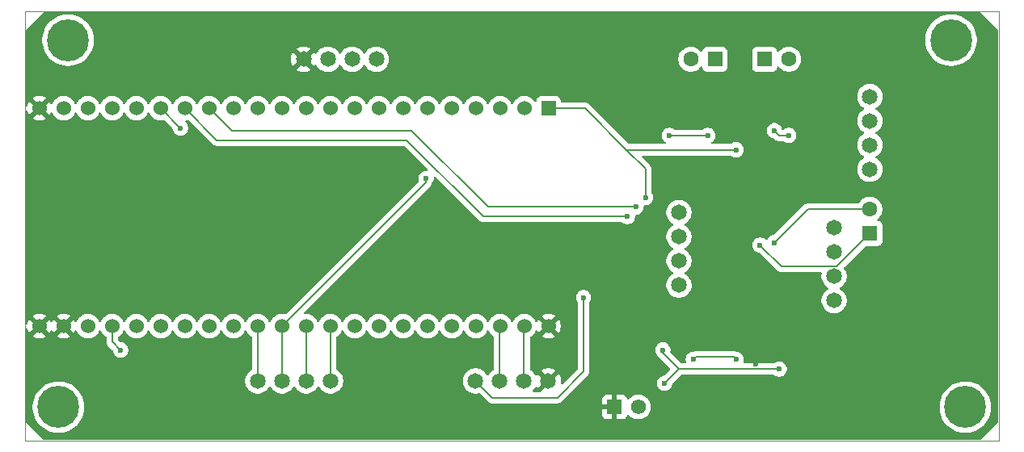
<source format=gbr>
%TF.GenerationSoftware,KiCad,Pcbnew,9.0.0*%
%TF.CreationDate,2025-05-10T16:39:55-04:00*%
%TF.ProjectId,HELPStat_V2,48454c50-5374-4617-945f-56322e6b6963,rev?*%
%TF.SameCoordinates,Original*%
%TF.FileFunction,Copper,L2,Bot*%
%TF.FilePolarity,Positive*%
%FSLAX46Y46*%
G04 Gerber Fmt 4.6, Leading zero omitted, Abs format (unit mm)*
G04 Created by KiCad (PCBNEW 9.0.0) date 2025-05-10 16:39:55*
%MOMM*%
%LPD*%
G01*
G04 APERTURE LIST*
%TA.AperFunction,ComponentPad*%
%ADD10C,1.650000*%
%TD*%
%TA.AperFunction,ComponentPad*%
%ADD11R,1.605000X1.605000*%
%TD*%
%TA.AperFunction,ComponentPad*%
%ADD12C,1.605000*%
%TD*%
%TA.AperFunction,ComponentPad*%
%ADD13R,1.575000X1.575000*%
%TD*%
%TA.AperFunction,ComponentPad*%
%ADD14C,1.575000*%
%TD*%
%TA.AperFunction,ComponentPad*%
%ADD15C,4.400000*%
%TD*%
%TA.AperFunction,ComponentPad*%
%ADD16R,1.530000X1.530000*%
%TD*%
%TA.AperFunction,ComponentPad*%
%ADD17C,1.530000*%
%TD*%
%TA.AperFunction,ViaPad*%
%ADD18C,0.600000*%
%TD*%
%TA.AperFunction,Conductor*%
%ADD19C,0.200000*%
%TD*%
%TA.AperFunction,Profile*%
%ADD20C,0.050000*%
%TD*%
G04 APERTURE END LIST*
D10*
%TO.P,J8,4,4*%
%TO.N,/WE*%
X124000000Y-106040000D03*
%TO.P,J8,3,3*%
%TO.N,/DE*%
X124000000Y-103500000D03*
%TO.P,J8,2,2*%
%TO.N,/CE*%
X124000000Y-100960000D03*
%TO.P,J8,1,1*%
%TO.N,/RE*%
X124000000Y-98420000D03*
%TD*%
D11*
%TO.P,J4,1,1*%
%TO.N,/XTAL.I*%
X107770000Y-94500000D03*
D12*
%TO.P,J4,2,2*%
%TO.N,/XTAL.O*%
X105230000Y-94500000D03*
%TD*%
D13*
%TO.P,J2,1,1*%
%TO.N,GND*%
X97250000Y-130975000D03*
D14*
%TO.P,J2,2,2*%
%TO.N,VLIPO*%
X99750000Y-130975000D03*
%TD*%
D15*
%TO.P,H4,1*%
%TO.N,N/C*%
X134000000Y-131000000D03*
%TD*%
%TO.P,H2,1*%
%TO.N,N/C*%
X132500000Y-92500000D03*
%TD*%
D11*
%TO.P,J3,1,1*%
%TO.N,/RCAL0*%
X124000000Y-112770000D03*
D12*
%TO.P,J3,2,2*%
%TO.N,/RCAL1*%
X124000000Y-110230000D03*
%TD*%
D15*
%TO.P,H1,1*%
%TO.N,N/C*%
X40000000Y-92500000D03*
%TD*%
D10*
%TO.P,J7,1,1*%
%TO.N,/AIN4*%
X120250000Y-112190000D03*
%TO.P,J7,2,2*%
%TO.N,/AIN3*%
X120250000Y-114730000D03*
%TO.P,J7,3,3*%
%TO.N,/AFE2*%
X120250000Y-117270000D03*
%TO.P,J7,4,4*%
%TO.N,/AFE1*%
X120250000Y-119810000D03*
%TD*%
%TO.P,SPI0,1,1*%
%TO.N,/CS.SPI*%
X67500000Y-128250000D03*
%TO.P,SPI0,2,2*%
%TO.N,/MISO*%
X64960000Y-128250000D03*
%TO.P,SPI0,3,3*%
%TO.N,/SCLK*%
X62420000Y-128250000D03*
%TO.P,SPI0,4,4*%
%TO.N,/MOSI*%
X59880000Y-128250000D03*
%TD*%
D16*
%TO.P,U5,J1_1,3V3*%
%TO.N,3.3V*%
X90340000Y-99640000D03*
D17*
%TO.P,U5,J1_2,3V3*%
X87800000Y-99640000D03*
%TO.P,U5,J1_3,RST*%
%TO.N,/MCU.RST*%
X85260000Y-99640000D03*
%TO.P,U5,J1_4,GPIO4*%
%TO.N,unconnected-(U5-GPIO4-PadJ1_4)*%
X82720000Y-99640000D03*
%TO.P,U5,J1_5,GPIO5*%
%TO.N,unconnected-(U5-GPIO5-PadJ1_5)*%
X80180000Y-99640000D03*
%TO.P,U5,J1_6,GPIO6*%
%TO.N,/SDA{slash}6{slash}CH0*%
X77640000Y-99640000D03*
%TO.P,U5,J1_7,GPIO7*%
%TO.N,/SCL{slash}7{slash}CH1*%
X75100000Y-99640000D03*
%TO.P,U5,J1_8,GPIO15*%
%TO.N,unconnected-(U5-GPIO15-PadJ1_8)*%
X72560000Y-99640000D03*
%TO.P,U5,J1_9,GPIO16*%
%TO.N,unconnected-(U5-GPIO16-PadJ1_9)*%
X70020000Y-99640000D03*
%TO.P,U5,J1_10,GPIO17*%
%TO.N,unconnected-(U5-GPIO17-PadJ1_10)*%
X67480000Y-99640000D03*
%TO.P,U5,J1_11,GPIO18*%
%TO.N,unconnected-(U5-GPIO18-PadJ1_11)*%
X64940000Y-99640000D03*
%TO.P,U5,J1_12,GPIO8*%
%TO.N,unconnected-(U5-GPIO8-PadJ1_12)*%
X62400000Y-99640000D03*
%TO.P,U5,J1_13,GPIO3*%
%TO.N,unconnected-(U5-GPIO3-PadJ1_13)*%
X59860000Y-99640000D03*
%TO.P,U5,J1_14,GPIO46*%
%TO.N,unconnected-(U5-GPIO46-PadJ1_14)*%
X57320000Y-99640000D03*
%TO.P,U5,J1_15,GPIO9*%
%TO.N,/GPIO.0*%
X54780000Y-99640000D03*
%TO.P,U5,J1_16,GPIO10*%
%TO.N,/AFE.RST*%
X52240000Y-99640000D03*
%TO.P,U5,J1_17,GPIO11*%
%TO.N,/CS.AFE*%
X49700000Y-99640000D03*
%TO.P,U5,J1_18,GPIO12*%
%TO.N,unconnected-(U5-GPIO12-PadJ1_18)*%
X47160000Y-99640000D03*
%TO.P,U5,J1_19,GPIO13*%
%TO.N,unconnected-(U5-GPIO13-PadJ1_19)*%
X44620000Y-99640000D03*
%TO.P,U5,J1_20,GPIO14*%
%TO.N,unconnected-(U5-GPIO14-PadJ1_20)*%
X42080000Y-99640000D03*
%TO.P,U5,J1_21,5V0*%
%TO.N,unconnected-(U5-5V0-PadJ1_21)*%
X39540000Y-99640000D03*
%TO.P,U5,J1_22,GND*%
%TO.N,GND*%
X37000000Y-99640000D03*
%TO.P,U5,J3_1,GND*%
X90340000Y-122500000D03*
%TO.P,U5,J3_2,U0TXD/GPIO43*%
%TO.N,/TX*%
X87800000Y-122500000D03*
%TO.P,U5,J3_3,U0RXD/GPIO44*%
%TO.N,/RX*%
X85260000Y-122500000D03*
%TO.P,U5,J3_4,GPIO1*%
%TO.N,unconnected-(U5-GPIO1-PadJ3_4)*%
X82720000Y-122500000D03*
%TO.P,U5,J3_5,GPIO2*%
%TO.N,unconnected-(U5-GPIO2-PadJ3_5)*%
X80180000Y-122500000D03*
%TO.P,U5,J3_6,MTMS/GPIO42*%
%TO.N,unconnected-(U5-MTMS{slash}GPIO42-PadJ3_6)*%
X77640000Y-122500000D03*
%TO.P,U5,J3_7,MTDI/GPIO41*%
%TO.N,unconnected-(U5-MTDI{slash}GPIO41-PadJ3_7)*%
X75100000Y-122500000D03*
%TO.P,U5,J3_8,MTDO/GPIO40*%
%TO.N,unconnected-(U5-MTDO{slash}GPIO40-PadJ3_8)*%
X72560000Y-122500000D03*
%TO.P,U5,J3_9,MTCK/GPIO39*%
%TO.N,unconnected-(U5-MTCK{slash}GPIO39-PadJ3_9)*%
X70020000Y-122500000D03*
%TO.P,U5,J3_10,GPIO38*%
%TO.N,/CS.SPI*%
X67480000Y-122500000D03*
%TO.P,U5,J3_11,GPIO37*%
%TO.N,/MISO*%
X64940000Y-122500000D03*
%TO.P,U5,J3_12,GPIO36*%
%TO.N,/SCLK*%
X62400000Y-122500000D03*
%TO.P,U5,J3_13,GPIO35*%
%TO.N,/MOSI*%
X59860000Y-122500000D03*
%TO.P,U5,J3_14,GPIO0*%
%TO.N,/BOOT*%
X57320000Y-122500000D03*
%TO.P,U5,J3_15,GPIO45*%
%TO.N,unconnected-(U5-GPIO45-PadJ3_15)*%
X54780000Y-122500000D03*
%TO.P,U5,J3_16,GPIO48*%
%TO.N,unconnected-(U5-GPIO48-PadJ3_16)*%
X52240000Y-122500000D03*
%TO.P,U5,J3_17,GPIO47*%
%TO.N,unconnected-(U5-GPIO47-PadJ3_17)*%
X49700000Y-122500000D03*
%TO.P,U5,J3_18,GPIO21*%
%TO.N,/CS.SD*%
X47160000Y-122500000D03*
%TO.P,U5,J3_19,USB_D+/GPIO20*%
%TO.N,/USB_P*%
X44620000Y-122500000D03*
%TO.P,U5,J3_20,USB_D-/GPIO19*%
%TO.N,/USB_N*%
X42080000Y-122500000D03*
%TO.P,U5,J3_21,GND*%
%TO.N,GND*%
X39540000Y-122500000D03*
%TO.P,U5,J3_22,GND*%
X37000000Y-122500000D03*
%TD*%
D15*
%TO.P,H3,1*%
%TO.N,N/C*%
X39000000Y-131000000D03*
%TD*%
D10*
%TO.P,I2C0,1,1*%
%TO.N,3.3V*%
X72290000Y-94500000D03*
%TO.P,I2C0,2,2*%
%TO.N,/SDA{slash}6{slash}CH0*%
X69750000Y-94500000D03*
%TO.P,I2C0,3,3*%
%TO.N,/SCL{slash}7{slash}CH1*%
X67210000Y-94500000D03*
%TO.P,I2C0,4,4*%
%TO.N,GND*%
X64670000Y-94500000D03*
%TD*%
D11*
%TO.P,J5,1,1*%
%TO.N,/RC0.0*%
X112960000Y-94500000D03*
D12*
%TO.P,J5,2,2*%
%TO.N,/RC0.1*%
X115500000Y-94500000D03*
%TD*%
D10*
%TO.P,J6,1,1*%
%TO.N,/GPIO.0*%
X104000000Y-110575000D03*
%TO.P,J6,2,2*%
%TO.N,/GPIO.1*%
X104000000Y-113115000D03*
%TO.P,J6,3,3*%
%TO.N,/GPIO.2*%
X104000000Y-115655000D03*
%TO.P,J6,4,4*%
%TO.N,/AFE.RST*%
X104000000Y-118195000D03*
%TD*%
%TO.P,UART0,1,1*%
%TO.N,3.3V*%
X82690000Y-128250000D03*
%TO.P,UART0,2,2*%
%TO.N,/RX*%
X85230000Y-128250000D03*
%TO.P,UART0,3,3*%
%TO.N,/TX*%
X87770000Y-128250000D03*
%TO.P,UART0,4,4*%
%TO.N,GND*%
X90310000Y-128250000D03*
%TD*%
D18*
%TO.N,GND*%
X117500000Y-133500000D03*
X112000000Y-126500000D03*
X101000000Y-116500000D03*
X118500000Y-128000000D03*
X107000000Y-113000000D03*
X119000000Y-109000000D03*
X124500000Y-127000000D03*
X94500000Y-116000000D03*
X101500000Y-105000000D03*
X106500000Y-99000000D03*
X61500000Y-96250000D03*
X93500000Y-131000000D03*
X97500000Y-120000000D03*
X106000000Y-124000000D03*
X110500000Y-97500000D03*
%TO.N,3.3V*%
X94000000Y-119500000D03*
X100500000Y-109000000D03*
X110000000Y-104000000D03*
%TO.N,/SCLK*%
X77500000Y-107000000D03*
%TO.N,/AFE.RST*%
X98591054Y-111000000D03*
%TO.N,/CS.AFE*%
X51780000Y-101720000D03*
%TO.N,/USB_P*%
X45500000Y-125000000D03*
%TO.N,/GPIO.0*%
X99500000Y-110000000D03*
%TO.N,/USB_N*%
X110000000Y-126000000D03*
X105500000Y-126000000D03*
%TO.N,VLIPO*%
X114500000Y-127000000D03*
X102306200Y-125000000D03*
X102500000Y-128500000D03*
%TO.N,/REF.2V5*%
X114000000Y-102000000D03*
X115500000Y-102500000D03*
%TO.N,/ZERO.0*%
X103000000Y-102500000D03*
X107000000Y-102500000D03*
%TO.N,/RCAL0*%
X112500000Y-114000000D03*
%TO.N,/RCAL1*%
X114000000Y-113733499D03*
%TD*%
D19*
%TO.N,3.3V*%
X82690000Y-128250000D02*
X84440000Y-130000000D01*
X100500000Y-106000000D02*
X98500000Y-104000000D01*
X84440000Y-130000000D02*
X91250000Y-130000000D01*
X98500000Y-104000000D02*
X110000000Y-104000000D01*
X98500000Y-104000000D02*
X94140000Y-99640000D01*
X91250000Y-130000000D02*
X94000000Y-127250000D01*
X94000000Y-127250000D02*
X94000000Y-119500000D01*
X94140000Y-99640000D02*
X90340000Y-99640000D01*
X100500000Y-109000000D02*
X100500000Y-106000000D01*
%TO.N,/MOSI*%
X59860000Y-122500000D02*
X59860000Y-128230000D01*
X59860000Y-128230000D02*
X59880000Y-128250000D01*
%TO.N,/CS.SPI*%
X67500000Y-128250000D02*
X67500000Y-122520000D01*
X67500000Y-122520000D02*
X67480000Y-122500000D01*
%TO.N,/SCLK*%
X62420000Y-122520000D02*
X62400000Y-122500000D01*
X62420000Y-128250000D02*
X62420000Y-122520000D01*
X62400000Y-122500000D02*
X77500000Y-107400000D01*
X77500000Y-107400000D02*
X77500000Y-107000000D01*
%TO.N,/MISO*%
X64960000Y-128250000D02*
X64960000Y-122520000D01*
X64960000Y-122520000D02*
X64940000Y-122500000D01*
%TO.N,/TX*%
X87770000Y-122530000D02*
X87800000Y-122500000D01*
X87770000Y-128250000D02*
X87770000Y-122530000D01*
%TO.N,/AFE.RST*%
X98591054Y-111000000D02*
X83500000Y-111000000D01*
X55600000Y-103000000D02*
X52240000Y-99640000D01*
X75500000Y-103000000D02*
X55600000Y-103000000D01*
X83500000Y-111000000D02*
X75500000Y-103000000D01*
%TO.N,/CS.AFE*%
X51780000Y-101720000D02*
X49700000Y-99640000D01*
%TO.N,/USB_P*%
X44620000Y-124120000D02*
X44620000Y-122500000D01*
X45500000Y-125000000D02*
X44620000Y-124120000D01*
%TO.N,/GPIO.0*%
X57140000Y-102000000D02*
X54780000Y-99640000D01*
X99500000Y-110000000D02*
X84000000Y-110000000D01*
X76000000Y-102000000D02*
X57140000Y-102000000D01*
X84000000Y-110000000D02*
X76000000Y-102000000D01*
%TO.N,/RX*%
X85230000Y-128250000D02*
X85230000Y-122530000D01*
X85230000Y-122530000D02*
X85260000Y-122500000D01*
%TO.N,/USB_N*%
X109742639Y-125742639D02*
X105757361Y-125742639D01*
X110000000Y-126000000D02*
X109742639Y-125742639D01*
X105757361Y-125742639D02*
X105500000Y-126000000D01*
%TO.N,VLIPO*%
X114500000Y-127000000D02*
X104500000Y-127000000D01*
X104500000Y-127000000D02*
X104000000Y-127000000D01*
X104000000Y-127000000D02*
X102306200Y-125306200D01*
X102306200Y-125306200D02*
X102306200Y-125000000D01*
X104000000Y-127000000D02*
X102500000Y-128500000D01*
%TO.N,/REF.2V5*%
X115500000Y-102500000D02*
X114500000Y-102500000D01*
X114500000Y-102500000D02*
X114000000Y-102000000D01*
%TO.N,/ZERO.0*%
X103000000Y-102500000D02*
X107000000Y-102500000D01*
%TO.N,/RCAL0*%
X120526000Y-116244000D02*
X114744000Y-116244000D01*
X124000000Y-112770000D02*
X120526000Y-116244000D01*
X114744000Y-116244000D02*
X112500000Y-114000000D01*
%TO.N,/RCAL1*%
X114000000Y-113733499D02*
X117503499Y-110230000D01*
X117503499Y-110230000D02*
X124000000Y-110230000D01*
%TD*%
%TA.AperFunction,Conductor*%
%TO.N,GND*%
G36*
X135541177Y-89545185D02*
G01*
X135561819Y-89561819D01*
X137438181Y-91438181D01*
X137471666Y-91499504D01*
X137474500Y-91525862D01*
X137474500Y-132474138D01*
X137454815Y-132541177D01*
X137438181Y-132561819D01*
X135561819Y-134438181D01*
X135500496Y-134471666D01*
X135474138Y-134474500D01*
X37525862Y-134474500D01*
X37458823Y-134454815D01*
X37438181Y-134438181D01*
X35561819Y-132561819D01*
X35528334Y-132500496D01*
X35525500Y-132474138D01*
X35525500Y-130848336D01*
X36299500Y-130848336D01*
X36299500Y-131151663D01*
X36333457Y-131453048D01*
X36333459Y-131453060D01*
X36333460Y-131453063D01*
X36344173Y-131500000D01*
X36400953Y-131748771D01*
X36400957Y-131748783D01*
X36501133Y-132035068D01*
X36632733Y-132308338D01*
X36632735Y-132308341D01*
X36794108Y-132565164D01*
X36983221Y-132802304D01*
X37197696Y-133016779D01*
X37434836Y-133205892D01*
X37691659Y-133367265D01*
X37964935Y-133498868D01*
X38179951Y-133574105D01*
X38251216Y-133599042D01*
X38251228Y-133599046D01*
X38546937Y-133666540D01*
X38546946Y-133666541D01*
X38546951Y-133666542D01*
X38747874Y-133689180D01*
X38848337Y-133700499D01*
X38848340Y-133700500D01*
X38848343Y-133700500D01*
X39151660Y-133700500D01*
X39151661Y-133700499D01*
X39305694Y-133683144D01*
X39453048Y-133666542D01*
X39453051Y-133666541D01*
X39453063Y-133666540D01*
X39748772Y-133599046D01*
X40035065Y-133498868D01*
X40308341Y-133367265D01*
X40565164Y-133205892D01*
X40802304Y-133016779D01*
X41016779Y-132802304D01*
X41205892Y-132565164D01*
X41367265Y-132308341D01*
X41498868Y-132035065D01*
X41599046Y-131748772D01*
X41666540Y-131453063D01*
X41666542Y-131453048D01*
X41699588Y-131159755D01*
X41699588Y-131159754D01*
X41700499Y-131151663D01*
X41700500Y-131151657D01*
X41700500Y-130848343D01*
X41672575Y-130600500D01*
X41666542Y-130546951D01*
X41666541Y-130546946D01*
X41666540Y-130546937D01*
X41599046Y-130251228D01*
X41498868Y-129964935D01*
X41367265Y-129691659D01*
X41205892Y-129434836D01*
X41016779Y-129197696D01*
X40802304Y-128983221D01*
X40565164Y-128794108D01*
X40308341Y-128632735D01*
X40308338Y-128632733D01*
X40035068Y-128501133D01*
X39748783Y-128400957D01*
X39748771Y-128400953D01*
X39520556Y-128348864D01*
X39453063Y-128333460D01*
X39453060Y-128333459D01*
X39453048Y-128333457D01*
X39151663Y-128299500D01*
X39151657Y-128299500D01*
X38848343Y-128299500D01*
X38848336Y-128299500D01*
X38546951Y-128333457D01*
X38546937Y-128333460D01*
X38251228Y-128400953D01*
X38251216Y-128400957D01*
X37964931Y-128501133D01*
X37691661Y-128632733D01*
X37434837Y-128794107D01*
X37197696Y-128983220D01*
X36983220Y-129197696D01*
X36794107Y-129434837D01*
X36632733Y-129691661D01*
X36501133Y-129964931D01*
X36400957Y-130251216D01*
X36400953Y-130251228D01*
X36333460Y-130546937D01*
X36333457Y-130546951D01*
X36299500Y-130848336D01*
X35525500Y-130848336D01*
X35525500Y-122838489D01*
X35545185Y-122771450D01*
X35597989Y-122725695D01*
X35667147Y-122715751D01*
X35730703Y-122744776D01*
X35767431Y-122800171D01*
X35827679Y-122985594D01*
X35918077Y-123163008D01*
X35945580Y-123200863D01*
X35945581Y-123200864D01*
X36508871Y-122637574D01*
X36524755Y-122696853D01*
X36591898Y-122813147D01*
X36686853Y-122908102D01*
X36803147Y-122975245D01*
X36862425Y-122991128D01*
X36299134Y-123554417D01*
X36336994Y-123581924D01*
X36514405Y-123672320D01*
X36703777Y-123733852D01*
X36900437Y-123765000D01*
X37099563Y-123765000D01*
X37296222Y-123733852D01*
X37485594Y-123672320D01*
X37663005Y-123581924D01*
X37700863Y-123554418D01*
X37700863Y-123554417D01*
X37137574Y-122991128D01*
X37196853Y-122975245D01*
X37313147Y-122908102D01*
X37408102Y-122813147D01*
X37475245Y-122696853D01*
X37491128Y-122637574D01*
X38054417Y-123200863D01*
X38054418Y-123200863D01*
X38081924Y-123163005D01*
X38159515Y-123010727D01*
X38207490Y-122959931D01*
X38275311Y-122943136D01*
X38341446Y-122965674D01*
X38380485Y-123010727D01*
X38458077Y-123163008D01*
X38485580Y-123200863D01*
X38485581Y-123200864D01*
X39048871Y-122637574D01*
X39064755Y-122696853D01*
X39131898Y-122813147D01*
X39226853Y-122908102D01*
X39343147Y-122975245D01*
X39402425Y-122991128D01*
X38839134Y-123554417D01*
X38876994Y-123581924D01*
X39054405Y-123672320D01*
X39243777Y-123733852D01*
X39440437Y-123765000D01*
X39639563Y-123765000D01*
X39836222Y-123733852D01*
X40025594Y-123672320D01*
X40203005Y-123581924D01*
X40240863Y-123554418D01*
X40240863Y-123554417D01*
X39677574Y-122991128D01*
X39736853Y-122975245D01*
X39853147Y-122908102D01*
X39948102Y-122813147D01*
X40015245Y-122696853D01*
X40031128Y-122637574D01*
X40594417Y-123200863D01*
X40594418Y-123200863D01*
X40621924Y-123163005D01*
X40699234Y-123011277D01*
X40747208Y-122960481D01*
X40815029Y-122943686D01*
X40881164Y-122966223D01*
X40920204Y-123011277D01*
X40997514Y-123163005D01*
X40997647Y-123163266D01*
X41114731Y-123324418D01*
X41255582Y-123465269D01*
X41416734Y-123582353D01*
X41587456Y-123669340D01*
X41594219Y-123672786D01*
X41783657Y-123734338D01*
X41783658Y-123734338D01*
X41783661Y-123734339D01*
X41980403Y-123765500D01*
X41980404Y-123765500D01*
X42179596Y-123765500D01*
X42179597Y-123765500D01*
X42376339Y-123734339D01*
X42376342Y-123734338D01*
X42376343Y-123734338D01*
X42565780Y-123672786D01*
X42565780Y-123672785D01*
X42565783Y-123672785D01*
X42743266Y-123582353D01*
X42904418Y-123465269D01*
X43045269Y-123324418D01*
X43162353Y-123163266D01*
X43239515Y-123011827D01*
X43287490Y-122961031D01*
X43355311Y-122944236D01*
X43421446Y-122966773D01*
X43460485Y-123011827D01*
X43537647Y-123163266D01*
X43654731Y-123324418D01*
X43795582Y-123465269D01*
X43956734Y-123582353D01*
X43956744Y-123582358D01*
X43960273Y-123584520D01*
X44007157Y-123636325D01*
X44019500Y-123690258D01*
X44019500Y-124033330D01*
X44019499Y-124033348D01*
X44019499Y-124199054D01*
X44019498Y-124199054D01*
X44060424Y-124351787D01*
X44073536Y-124374497D01*
X44073537Y-124374499D01*
X44139477Y-124488712D01*
X44139481Y-124488717D01*
X44258349Y-124607585D01*
X44258355Y-124607590D01*
X44665425Y-125014660D01*
X44698910Y-125075983D01*
X44699361Y-125078149D01*
X44730261Y-125233491D01*
X44730264Y-125233501D01*
X44790602Y-125379172D01*
X44790609Y-125379185D01*
X44878210Y-125510288D01*
X44878213Y-125510292D01*
X44989707Y-125621786D01*
X44989711Y-125621789D01*
X45120814Y-125709390D01*
X45120827Y-125709397D01*
X45258683Y-125766498D01*
X45266503Y-125769737D01*
X45402220Y-125796733D01*
X45421153Y-125800499D01*
X45421156Y-125800500D01*
X45421158Y-125800500D01*
X45578844Y-125800500D01*
X45578845Y-125800499D01*
X45733497Y-125769737D01*
X45879179Y-125709394D01*
X46010289Y-125621789D01*
X46121789Y-125510289D01*
X46209394Y-125379179D01*
X46269737Y-125233497D01*
X46300500Y-125078842D01*
X46300500Y-124921158D01*
X46300500Y-124921155D01*
X46300499Y-124921153D01*
X46269738Y-124766510D01*
X46269737Y-124766503D01*
X46269735Y-124766498D01*
X46209397Y-124620827D01*
X46209390Y-124620814D01*
X46121789Y-124489711D01*
X46121786Y-124489707D01*
X46010292Y-124378213D01*
X46010288Y-124378210D01*
X45879185Y-124290609D01*
X45879172Y-124290602D01*
X45733501Y-124230264D01*
X45733491Y-124230261D01*
X45578149Y-124199361D01*
X45516238Y-124166976D01*
X45514660Y-124165425D01*
X45256819Y-123907584D01*
X45242115Y-123880656D01*
X45225523Y-123854838D01*
X45224631Y-123848637D01*
X45223334Y-123846261D01*
X45220500Y-123819903D01*
X45220500Y-123690258D01*
X45240185Y-123623219D01*
X45279727Y-123584520D01*
X45283249Y-123582361D01*
X45283266Y-123582353D01*
X45444418Y-123465269D01*
X45585269Y-123324418D01*
X45702353Y-123163266D01*
X45779515Y-123011827D01*
X45827490Y-122961031D01*
X45895311Y-122944236D01*
X45961446Y-122966773D01*
X46000485Y-123011827D01*
X46077647Y-123163266D01*
X46194731Y-123324418D01*
X46335582Y-123465269D01*
X46496734Y-123582353D01*
X46667456Y-123669340D01*
X46674219Y-123672786D01*
X46863657Y-123734338D01*
X46863658Y-123734338D01*
X46863661Y-123734339D01*
X47060403Y-123765500D01*
X47060404Y-123765500D01*
X47259596Y-123765500D01*
X47259597Y-123765500D01*
X47456339Y-123734339D01*
X47456342Y-123734338D01*
X47456343Y-123734338D01*
X47645780Y-123672786D01*
X47645780Y-123672785D01*
X47645783Y-123672785D01*
X47823266Y-123582353D01*
X47984418Y-123465269D01*
X48125269Y-123324418D01*
X48242353Y-123163266D01*
X48319515Y-123011827D01*
X48367490Y-122961031D01*
X48435311Y-122944236D01*
X48501446Y-122966773D01*
X48540485Y-123011827D01*
X48617647Y-123163266D01*
X48734731Y-123324418D01*
X48875582Y-123465269D01*
X49036734Y-123582353D01*
X49207456Y-123669340D01*
X49214219Y-123672786D01*
X49403657Y-123734338D01*
X49403658Y-123734338D01*
X49403661Y-123734339D01*
X49600403Y-123765500D01*
X49600404Y-123765500D01*
X49799596Y-123765500D01*
X49799597Y-123765500D01*
X49996339Y-123734339D01*
X49996342Y-123734338D01*
X49996343Y-123734338D01*
X50185780Y-123672786D01*
X50185780Y-123672785D01*
X50185783Y-123672785D01*
X50363266Y-123582353D01*
X50524418Y-123465269D01*
X50665269Y-123324418D01*
X50782353Y-123163266D01*
X50859515Y-123011827D01*
X50907490Y-122961031D01*
X50975311Y-122944236D01*
X51041446Y-122966773D01*
X51080485Y-123011827D01*
X51157647Y-123163266D01*
X51274731Y-123324418D01*
X51415582Y-123465269D01*
X51576734Y-123582353D01*
X51747456Y-123669340D01*
X51754219Y-123672786D01*
X51943657Y-123734338D01*
X51943658Y-123734338D01*
X51943661Y-123734339D01*
X52140403Y-123765500D01*
X52140404Y-123765500D01*
X52339596Y-123765500D01*
X52339597Y-123765500D01*
X52536339Y-123734339D01*
X52536342Y-123734338D01*
X52536343Y-123734338D01*
X52725780Y-123672786D01*
X52725780Y-123672785D01*
X52725783Y-123672785D01*
X52903266Y-123582353D01*
X53064418Y-123465269D01*
X53205269Y-123324418D01*
X53322353Y-123163266D01*
X53399515Y-123011827D01*
X53447490Y-122961031D01*
X53515311Y-122944236D01*
X53581446Y-122966773D01*
X53620485Y-123011827D01*
X53697647Y-123163266D01*
X53814731Y-123324418D01*
X53955582Y-123465269D01*
X54116734Y-123582353D01*
X54287456Y-123669340D01*
X54294219Y-123672786D01*
X54483657Y-123734338D01*
X54483658Y-123734338D01*
X54483661Y-123734339D01*
X54680403Y-123765500D01*
X54680404Y-123765500D01*
X54879596Y-123765500D01*
X54879597Y-123765500D01*
X55076339Y-123734339D01*
X55076342Y-123734338D01*
X55076343Y-123734338D01*
X55265780Y-123672786D01*
X55265780Y-123672785D01*
X55265783Y-123672785D01*
X55443266Y-123582353D01*
X55604418Y-123465269D01*
X55745269Y-123324418D01*
X55862353Y-123163266D01*
X55939515Y-123011827D01*
X55987490Y-122961031D01*
X56055311Y-122944236D01*
X56121446Y-122966773D01*
X56160485Y-123011827D01*
X56237647Y-123163266D01*
X56354731Y-123324418D01*
X56495582Y-123465269D01*
X56656734Y-123582353D01*
X56827456Y-123669340D01*
X56834219Y-123672786D01*
X57023657Y-123734338D01*
X57023658Y-123734338D01*
X57023661Y-123734339D01*
X57220403Y-123765500D01*
X57220404Y-123765500D01*
X57419596Y-123765500D01*
X57419597Y-123765500D01*
X57616339Y-123734339D01*
X57616342Y-123734338D01*
X57616343Y-123734338D01*
X57805780Y-123672786D01*
X57805780Y-123672785D01*
X57805783Y-123672785D01*
X57983266Y-123582353D01*
X58144418Y-123465269D01*
X58285269Y-123324418D01*
X58402353Y-123163266D01*
X58479515Y-123011827D01*
X58527490Y-122961031D01*
X58595311Y-122944236D01*
X58661446Y-122966773D01*
X58700485Y-123011827D01*
X58777647Y-123163266D01*
X58894731Y-123324418D01*
X59035582Y-123465269D01*
X59196734Y-123582353D01*
X59196744Y-123582358D01*
X59200273Y-123584520D01*
X59247157Y-123636325D01*
X59259500Y-123690258D01*
X59259500Y-127002528D01*
X59239815Y-127069567D01*
X59191800Y-127113010D01*
X59185288Y-127116327D01*
X59016493Y-127238966D01*
X58868966Y-127386493D01*
X58746330Y-127555285D01*
X58651612Y-127741179D01*
X58587137Y-127939610D01*
X58554500Y-128145675D01*
X58554500Y-128354324D01*
X58587137Y-128560389D01*
X58651612Y-128758820D01*
X58720485Y-128893990D01*
X58746330Y-128944714D01*
X58868965Y-129113505D01*
X59016495Y-129261035D01*
X59185286Y-129383670D01*
X59273116Y-129428421D01*
X59371179Y-129478387D01*
X59371181Y-129478387D01*
X59371184Y-129478389D01*
X59469048Y-129510187D01*
X59569610Y-129542862D01*
X59775676Y-129575500D01*
X59775681Y-129575500D01*
X59984324Y-129575500D01*
X60190389Y-129542862D01*
X60224828Y-129531672D01*
X60388816Y-129478389D01*
X60574714Y-129383670D01*
X60743505Y-129261035D01*
X60891035Y-129113505D01*
X61013670Y-128944714D01*
X61039515Y-128893990D01*
X61087489Y-128843194D01*
X61155310Y-128826398D01*
X61221445Y-128848935D01*
X61260485Y-128893990D01*
X61286328Y-128944712D01*
X61368086Y-129057241D01*
X61408965Y-129113505D01*
X61556495Y-129261035D01*
X61725286Y-129383670D01*
X61813116Y-129428421D01*
X61911179Y-129478387D01*
X61911181Y-129478387D01*
X61911184Y-129478389D01*
X62009048Y-129510187D01*
X62109610Y-129542862D01*
X62315676Y-129575500D01*
X62315681Y-129575500D01*
X62524324Y-129575500D01*
X62730389Y-129542862D01*
X62764828Y-129531672D01*
X62928816Y-129478389D01*
X63114714Y-129383670D01*
X63283505Y-129261035D01*
X63431035Y-129113505D01*
X63553670Y-128944714D01*
X63579515Y-128893990D01*
X63627489Y-128843194D01*
X63695310Y-128826398D01*
X63761445Y-128848935D01*
X63800485Y-128893990D01*
X63826328Y-128944712D01*
X63908086Y-129057241D01*
X63948965Y-129113505D01*
X64096495Y-129261035D01*
X64265286Y-129383670D01*
X64353116Y-129428421D01*
X64451179Y-129478387D01*
X64451181Y-129478387D01*
X64451184Y-129478389D01*
X64549048Y-129510187D01*
X64649610Y-129542862D01*
X64855676Y-129575500D01*
X64855681Y-129575500D01*
X65064324Y-129575500D01*
X65270389Y-129542862D01*
X65304828Y-129531672D01*
X65468816Y-129478389D01*
X65654714Y-129383670D01*
X65823505Y-129261035D01*
X65971035Y-129113505D01*
X66093670Y-128944714D01*
X66119515Y-128893990D01*
X66167489Y-128843194D01*
X66235310Y-128826398D01*
X66301445Y-128848935D01*
X66340485Y-128893990D01*
X66366328Y-128944712D01*
X66448086Y-129057241D01*
X66488965Y-129113505D01*
X66636495Y-129261035D01*
X66805286Y-129383670D01*
X66893116Y-129428421D01*
X66991179Y-129478387D01*
X66991181Y-129478387D01*
X66991184Y-129478389D01*
X67089048Y-129510187D01*
X67189610Y-129542862D01*
X67395676Y-129575500D01*
X67395681Y-129575500D01*
X67604324Y-129575500D01*
X67810389Y-129542862D01*
X67844828Y-129531672D01*
X68008816Y-129478389D01*
X68194714Y-129383670D01*
X68363505Y-129261035D01*
X68511035Y-129113505D01*
X68633670Y-128944714D01*
X68728389Y-128758816D01*
X68792862Y-128560389D01*
X68802247Y-128501133D01*
X68825500Y-128354324D01*
X68825500Y-128145675D01*
X68792862Y-127939610D01*
X68747662Y-127800500D01*
X68728389Y-127741184D01*
X68728387Y-127741181D01*
X68728387Y-127741179D01*
X68656707Y-127600500D01*
X68633670Y-127555286D01*
X68511035Y-127386495D01*
X68363505Y-127238965D01*
X68194714Y-127116330D01*
X68194705Y-127116325D01*
X68194700Y-127116322D01*
X68168202Y-127102820D01*
X68117407Y-127054844D01*
X68100500Y-126992337D01*
X68100500Y-123676605D01*
X68120185Y-123609566D01*
X68151615Y-123576287D01*
X68304418Y-123465269D01*
X68445269Y-123324418D01*
X68562353Y-123163266D01*
X68639515Y-123011827D01*
X68687490Y-122961031D01*
X68755311Y-122944236D01*
X68821446Y-122966773D01*
X68860485Y-123011827D01*
X68937647Y-123163266D01*
X69054731Y-123324418D01*
X69195582Y-123465269D01*
X69356734Y-123582353D01*
X69527456Y-123669340D01*
X69534219Y-123672786D01*
X69723657Y-123734338D01*
X69723658Y-123734338D01*
X69723661Y-123734339D01*
X69920403Y-123765500D01*
X69920404Y-123765500D01*
X70119596Y-123765500D01*
X70119597Y-123765500D01*
X70316339Y-123734339D01*
X70316342Y-123734338D01*
X70316343Y-123734338D01*
X70505780Y-123672786D01*
X70505780Y-123672785D01*
X70505783Y-123672785D01*
X70683266Y-123582353D01*
X70844418Y-123465269D01*
X70985269Y-123324418D01*
X71102353Y-123163266D01*
X71179515Y-123011827D01*
X71227490Y-122961031D01*
X71295311Y-122944236D01*
X71361446Y-122966773D01*
X71400485Y-123011827D01*
X71477647Y-123163266D01*
X71594731Y-123324418D01*
X71735582Y-123465269D01*
X71896734Y-123582353D01*
X72067456Y-123669340D01*
X72074219Y-123672786D01*
X72263657Y-123734338D01*
X72263658Y-123734338D01*
X72263661Y-123734339D01*
X72460403Y-123765500D01*
X72460404Y-123765500D01*
X72659596Y-123765500D01*
X72659597Y-123765500D01*
X72856339Y-123734339D01*
X72856342Y-123734338D01*
X72856343Y-123734338D01*
X73045780Y-123672786D01*
X73045780Y-123672785D01*
X73045783Y-123672785D01*
X73223266Y-123582353D01*
X73384418Y-123465269D01*
X73525269Y-123324418D01*
X73642353Y-123163266D01*
X73719515Y-123011827D01*
X73767490Y-122961031D01*
X73835311Y-122944236D01*
X73901446Y-122966773D01*
X73940485Y-123011827D01*
X74017647Y-123163266D01*
X74134731Y-123324418D01*
X74275582Y-123465269D01*
X74436734Y-123582353D01*
X74607456Y-123669340D01*
X74614219Y-123672786D01*
X74803657Y-123734338D01*
X74803658Y-123734338D01*
X74803661Y-123734339D01*
X75000403Y-123765500D01*
X75000404Y-123765500D01*
X75199596Y-123765500D01*
X75199597Y-123765500D01*
X75396339Y-123734339D01*
X75396342Y-123734338D01*
X75396343Y-123734338D01*
X75585780Y-123672786D01*
X75585780Y-123672785D01*
X75585783Y-123672785D01*
X75763266Y-123582353D01*
X75924418Y-123465269D01*
X76065269Y-123324418D01*
X76182353Y-123163266D01*
X76259515Y-123011827D01*
X76307490Y-122961031D01*
X76375311Y-122944236D01*
X76441446Y-122966773D01*
X76480485Y-123011827D01*
X76557647Y-123163266D01*
X76674731Y-123324418D01*
X76815582Y-123465269D01*
X76976734Y-123582353D01*
X77147456Y-123669340D01*
X77154219Y-123672786D01*
X77343657Y-123734338D01*
X77343658Y-123734338D01*
X77343661Y-123734339D01*
X77540403Y-123765500D01*
X77540404Y-123765500D01*
X77739596Y-123765500D01*
X77739597Y-123765500D01*
X77936339Y-123734339D01*
X77936342Y-123734338D01*
X77936343Y-123734338D01*
X78125780Y-123672786D01*
X78125780Y-123672785D01*
X78125783Y-123672785D01*
X78303266Y-123582353D01*
X78464418Y-123465269D01*
X78605269Y-123324418D01*
X78722353Y-123163266D01*
X78799515Y-123011827D01*
X78847490Y-122961031D01*
X78915311Y-122944236D01*
X78981446Y-122966773D01*
X79020485Y-123011827D01*
X79097647Y-123163266D01*
X79214731Y-123324418D01*
X79355582Y-123465269D01*
X79516734Y-123582353D01*
X79687456Y-123669340D01*
X79694219Y-123672786D01*
X79883657Y-123734338D01*
X79883658Y-123734338D01*
X79883661Y-123734339D01*
X80080403Y-123765500D01*
X80080404Y-123765500D01*
X80279596Y-123765500D01*
X80279597Y-123765500D01*
X80476339Y-123734339D01*
X80476342Y-123734338D01*
X80476343Y-123734338D01*
X80665780Y-123672786D01*
X80665780Y-123672785D01*
X80665783Y-123672785D01*
X80843266Y-123582353D01*
X81004418Y-123465269D01*
X81145269Y-123324418D01*
X81262353Y-123163266D01*
X81339515Y-123011827D01*
X81387490Y-122961031D01*
X81455311Y-122944236D01*
X81521446Y-122966773D01*
X81560485Y-123011827D01*
X81637647Y-123163266D01*
X81754731Y-123324418D01*
X81895582Y-123465269D01*
X82056734Y-123582353D01*
X82227456Y-123669340D01*
X82234219Y-123672786D01*
X82423657Y-123734338D01*
X82423658Y-123734338D01*
X82423661Y-123734339D01*
X82620403Y-123765500D01*
X82620404Y-123765500D01*
X82819596Y-123765500D01*
X82819597Y-123765500D01*
X83016339Y-123734339D01*
X83016342Y-123734338D01*
X83016343Y-123734338D01*
X83205780Y-123672786D01*
X83205780Y-123672785D01*
X83205783Y-123672785D01*
X83383266Y-123582353D01*
X83544418Y-123465269D01*
X83685269Y-123324418D01*
X83802353Y-123163266D01*
X83879515Y-123011827D01*
X83927490Y-122961031D01*
X83995311Y-122944236D01*
X84061446Y-122966773D01*
X84100485Y-123011827D01*
X84177647Y-123163266D01*
X84294731Y-123324418D01*
X84435582Y-123465269D01*
X84578386Y-123569022D01*
X84621051Y-123624352D01*
X84629500Y-123669340D01*
X84629500Y-126992337D01*
X84609815Y-127059376D01*
X84561798Y-127102820D01*
X84535299Y-127116322D01*
X84535290Y-127116327D01*
X84535286Y-127116330D01*
X84366495Y-127238965D01*
X84366493Y-127238967D01*
X84366492Y-127238967D01*
X84218966Y-127386493D01*
X84096330Y-127555285D01*
X84070485Y-127606010D01*
X84022510Y-127656806D01*
X83954690Y-127673601D01*
X83888555Y-127651064D01*
X83849515Y-127606010D01*
X83846707Y-127600500D01*
X83823670Y-127555286D01*
X83701035Y-127386495D01*
X83553505Y-127238965D01*
X83384714Y-127116330D01*
X83328487Y-127087681D01*
X83198820Y-127021612D01*
X83000389Y-126957137D01*
X82794324Y-126924500D01*
X82794319Y-126924500D01*
X82585681Y-126924500D01*
X82585676Y-126924500D01*
X82379610Y-126957137D01*
X82181179Y-127021612D01*
X81995285Y-127116330D01*
X81826493Y-127238966D01*
X81678966Y-127386493D01*
X81556330Y-127555285D01*
X81461612Y-127741179D01*
X81397137Y-127939610D01*
X81364500Y-128145675D01*
X81364500Y-128354324D01*
X81397137Y-128560389D01*
X81461612Y-128758820D01*
X81530485Y-128893990D01*
X81556330Y-128944714D01*
X81678965Y-129113505D01*
X81826495Y-129261035D01*
X81995286Y-129383670D01*
X82083116Y-129428421D01*
X82181179Y-129478387D01*
X82181181Y-129478387D01*
X82181184Y-129478389D01*
X82279048Y-129510187D01*
X82379610Y-129542862D01*
X82585676Y-129575500D01*
X82585681Y-129575500D01*
X82794324Y-129575500D01*
X82887987Y-129560664D01*
X83000389Y-129542862D01*
X83028685Y-129533667D01*
X83098523Y-129531672D01*
X83154682Y-129563918D01*
X84071284Y-130480520D01*
X84071286Y-130480521D01*
X84071290Y-130480524D01*
X84186347Y-130546951D01*
X84208216Y-130559577D01*
X84360943Y-130600501D01*
X84360945Y-130600501D01*
X84526654Y-130600501D01*
X84526670Y-130600500D01*
X91163331Y-130600500D01*
X91163347Y-130600501D01*
X91170943Y-130600501D01*
X91329054Y-130600501D01*
X91329057Y-130600501D01*
X91481785Y-130559577D01*
X91531904Y-130530639D01*
X91618716Y-130480520D01*
X91730520Y-130368716D01*
X91730520Y-130368714D01*
X91740728Y-130358507D01*
X91740730Y-130358504D01*
X91959579Y-130139655D01*
X95962500Y-130139655D01*
X95962500Y-130725000D01*
X96788120Y-130725000D01*
X96760778Y-130772358D01*
X96725000Y-130905882D01*
X96725000Y-131044118D01*
X96760778Y-131177642D01*
X96788120Y-131225000D01*
X95962500Y-131225000D01*
X95962500Y-131810344D01*
X95968901Y-131869872D01*
X95968903Y-131869879D01*
X96019145Y-132004586D01*
X96019149Y-132004593D01*
X96105309Y-132119687D01*
X96105312Y-132119690D01*
X96220406Y-132205850D01*
X96220413Y-132205854D01*
X96355120Y-132256096D01*
X96355127Y-132256098D01*
X96414655Y-132262499D01*
X96414672Y-132262500D01*
X97000000Y-132262500D01*
X97000000Y-131436879D01*
X97047358Y-131464222D01*
X97180882Y-131500000D01*
X97319118Y-131500000D01*
X97452642Y-131464222D01*
X97500000Y-131436879D01*
X97500000Y-132262500D01*
X98085328Y-132262500D01*
X98085344Y-132262499D01*
X98144872Y-132256098D01*
X98144879Y-132256096D01*
X98279586Y-132205854D01*
X98279593Y-132205850D01*
X98394687Y-132119690D01*
X98394690Y-132119687D01*
X98480850Y-132004593D01*
X98480854Y-132004586D01*
X98531096Y-131869879D01*
X98532396Y-131857793D01*
X98559133Y-131793242D01*
X98616525Y-131753392D01*
X98686350Y-131750897D01*
X98746439Y-131786548D01*
X98756004Y-131798160D01*
X98767566Y-131814074D01*
X98910925Y-131957433D01*
X98910930Y-131957437D01*
X99017777Y-132035065D01*
X99074941Y-132076597D01*
X99159516Y-132119690D01*
X99255579Y-132168637D01*
X99255582Y-132168638D01*
X99351986Y-132199961D01*
X99448393Y-132231285D01*
X99648632Y-132263000D01*
X99648633Y-132263000D01*
X99851367Y-132263000D01*
X99851368Y-132263000D01*
X100051607Y-132231285D01*
X100244420Y-132168637D01*
X100425059Y-132076597D01*
X100589076Y-131957432D01*
X100732432Y-131814076D01*
X100851597Y-131650059D01*
X100943637Y-131469420D01*
X101006285Y-131276607D01*
X101038000Y-131076368D01*
X101038000Y-130873632D01*
X101033993Y-130848336D01*
X131299500Y-130848336D01*
X131299500Y-131151663D01*
X131333457Y-131453048D01*
X131333459Y-131453060D01*
X131333460Y-131453063D01*
X131344173Y-131500000D01*
X131400953Y-131748771D01*
X131400957Y-131748783D01*
X131501133Y-132035068D01*
X131632733Y-132308338D01*
X131632735Y-132308341D01*
X131794108Y-132565164D01*
X131983221Y-132802304D01*
X132197696Y-133016779D01*
X132434836Y-133205892D01*
X132691659Y-133367265D01*
X132964935Y-133498868D01*
X133179951Y-133574105D01*
X133251216Y-133599042D01*
X133251228Y-133599046D01*
X133546937Y-133666540D01*
X133546946Y-133666541D01*
X133546951Y-133666542D01*
X133747874Y-133689180D01*
X133848337Y-133700499D01*
X133848340Y-133700500D01*
X133848343Y-133700500D01*
X134151660Y-133700500D01*
X134151661Y-133700499D01*
X134305694Y-133683144D01*
X134453048Y-133666542D01*
X134453051Y-133666541D01*
X134453063Y-133666540D01*
X134748772Y-133599046D01*
X135035065Y-133498868D01*
X135308341Y-133367265D01*
X135565164Y-133205892D01*
X135802304Y-133016779D01*
X136016779Y-132802304D01*
X136205892Y-132565164D01*
X136367265Y-132308341D01*
X136498868Y-132035065D01*
X136599046Y-131748772D01*
X136666540Y-131453063D01*
X136673071Y-131395104D01*
X136684084Y-131297357D01*
X136700500Y-131151657D01*
X136700500Y-130848343D01*
X136672575Y-130600500D01*
X136666542Y-130546951D01*
X136666541Y-130546946D01*
X136666540Y-130546937D01*
X136599046Y-130251228D01*
X136498868Y-129964935D01*
X136367265Y-129691659D01*
X136205892Y-129434836D01*
X136016779Y-129197696D01*
X135802304Y-128983221D01*
X135565164Y-128794108D01*
X135308341Y-128632735D01*
X135308338Y-128632733D01*
X135035068Y-128501133D01*
X134748783Y-128400957D01*
X134748771Y-128400953D01*
X134520556Y-128348864D01*
X134453063Y-128333460D01*
X134453060Y-128333459D01*
X134453048Y-128333457D01*
X134151663Y-128299500D01*
X134151657Y-128299500D01*
X133848343Y-128299500D01*
X133848336Y-128299500D01*
X133546951Y-128333457D01*
X133546937Y-128333460D01*
X133251228Y-128400953D01*
X133251216Y-128400957D01*
X132964931Y-128501133D01*
X132691661Y-128632733D01*
X132434837Y-128794107D01*
X132197696Y-128983220D01*
X131983220Y-129197696D01*
X131794107Y-129434837D01*
X131632733Y-129691661D01*
X131501133Y-129964931D01*
X131400957Y-130251216D01*
X131400953Y-130251228D01*
X131333460Y-130546937D01*
X131333457Y-130546951D01*
X131299500Y-130848336D01*
X101033993Y-130848336D01*
X101006285Y-130673393D01*
X100969303Y-130559573D01*
X100943638Y-130480582D01*
X100943637Y-130480579D01*
X100911764Y-130418026D01*
X100851597Y-130299941D01*
X100779337Y-130200483D01*
X100732437Y-130135930D01*
X100732433Y-130135925D01*
X100589074Y-129992566D01*
X100589069Y-129992562D01*
X100425062Y-129873405D01*
X100425061Y-129873404D01*
X100425059Y-129873403D01*
X100340488Y-129830312D01*
X100244420Y-129781362D01*
X100244417Y-129781361D01*
X100051608Y-129718715D01*
X99894951Y-129693903D01*
X99851368Y-129687000D01*
X99648632Y-129687000D01*
X99605049Y-129693903D01*
X99448391Y-129718715D01*
X99255582Y-129781361D01*
X99255579Y-129781362D01*
X99074937Y-129873405D01*
X98910930Y-129992562D01*
X98910925Y-129992566D01*
X98767562Y-130135929D01*
X98756002Y-130151841D01*
X98700671Y-130194505D01*
X98631058Y-130200483D01*
X98569263Y-130167875D01*
X98534908Y-130107036D01*
X98532396Y-130092206D01*
X98531096Y-130080120D01*
X98480854Y-129945413D01*
X98480850Y-129945406D01*
X98394690Y-129830312D01*
X98394687Y-129830309D01*
X98279593Y-129744149D01*
X98279586Y-129744145D01*
X98144879Y-129693903D01*
X98144872Y-129693901D01*
X98085344Y-129687500D01*
X97500000Y-129687500D01*
X97500000Y-130513120D01*
X97452642Y-130485778D01*
X97319118Y-130450000D01*
X97180882Y-130450000D01*
X97047358Y-130485778D01*
X97000000Y-130513120D01*
X97000000Y-129687500D01*
X96414655Y-129687500D01*
X96355127Y-129693901D01*
X96355120Y-129693903D01*
X96220413Y-129744145D01*
X96220406Y-129744149D01*
X96105312Y-129830309D01*
X96105309Y-129830312D01*
X96019149Y-129945406D01*
X96019145Y-129945413D01*
X95968903Y-130080120D01*
X95968901Y-130080127D01*
X95962500Y-130139655D01*
X91959579Y-130139655D01*
X94358506Y-127740728D01*
X94358511Y-127740724D01*
X94368714Y-127730520D01*
X94368716Y-127730520D01*
X94480520Y-127618716D01*
X94484030Y-127612635D01*
X94546013Y-127505279D01*
X94546014Y-127505277D01*
X94551517Y-127495743D01*
X94559577Y-127481785D01*
X94600500Y-127329058D01*
X94600500Y-127170943D01*
X94600500Y-124921153D01*
X101505700Y-124921153D01*
X101505700Y-125078846D01*
X101536461Y-125233489D01*
X101536464Y-125233501D01*
X101596802Y-125379172D01*
X101596809Y-125379185D01*
X101684409Y-125510287D01*
X101684410Y-125510288D01*
X101684411Y-125510289D01*
X101782242Y-125608120D01*
X101787903Y-125614174D01*
X101795877Y-125623295D01*
X101825680Y-125674916D01*
X101937484Y-125786720D01*
X101937486Y-125786721D01*
X101947498Y-125796733D01*
X103063084Y-126912319D01*
X103096569Y-126973642D01*
X103091585Y-127043334D01*
X103063084Y-127087681D01*
X102485339Y-127665425D01*
X102424016Y-127698910D01*
X102421850Y-127699361D01*
X102266508Y-127730261D01*
X102266498Y-127730264D01*
X102120827Y-127790602D01*
X102120814Y-127790609D01*
X101989711Y-127878210D01*
X101989707Y-127878213D01*
X101878213Y-127989707D01*
X101878210Y-127989711D01*
X101790609Y-128120814D01*
X101790602Y-128120827D01*
X101730264Y-128266498D01*
X101730261Y-128266510D01*
X101699500Y-128421153D01*
X101699500Y-128578846D01*
X101730261Y-128733489D01*
X101730264Y-128733501D01*
X101790602Y-128879172D01*
X101790609Y-128879185D01*
X101878210Y-129010288D01*
X101878213Y-129010292D01*
X101989707Y-129121786D01*
X101989711Y-129121789D01*
X102120814Y-129209390D01*
X102120827Y-129209397D01*
X102245494Y-129261035D01*
X102266503Y-129269737D01*
X102421153Y-129300499D01*
X102421156Y-129300500D01*
X102421158Y-129300500D01*
X102578844Y-129300500D01*
X102578845Y-129300499D01*
X102733497Y-129269737D01*
X102879179Y-129209394D01*
X103010289Y-129121789D01*
X103121789Y-129010289D01*
X103209394Y-128879179D01*
X103269737Y-128733497D01*
X103290175Y-128630750D01*
X103300638Y-128578150D01*
X103333023Y-128516239D01*
X103334518Y-128514716D01*
X104212416Y-127636819D01*
X104273739Y-127603334D01*
X104300097Y-127600500D01*
X104420943Y-127600500D01*
X113920234Y-127600500D01*
X113987273Y-127620185D01*
X113989125Y-127621398D01*
X114120814Y-127709390D01*
X114120827Y-127709397D01*
X114196478Y-127740732D01*
X114266503Y-127769737D01*
X114421153Y-127800499D01*
X114421156Y-127800500D01*
X114421158Y-127800500D01*
X114578844Y-127800500D01*
X114578845Y-127800499D01*
X114733497Y-127769737D01*
X114879179Y-127709394D01*
X115010289Y-127621789D01*
X115121789Y-127510289D01*
X115209394Y-127379179D01*
X115269737Y-127233497D01*
X115300500Y-127078842D01*
X115300500Y-126921158D01*
X115300500Y-126921155D01*
X115300499Y-126921153D01*
X115269738Y-126766510D01*
X115269737Y-126766503D01*
X115269735Y-126766498D01*
X115209397Y-126620827D01*
X115209390Y-126620814D01*
X115121789Y-126489711D01*
X115121786Y-126489707D01*
X115010292Y-126378213D01*
X115010288Y-126378210D01*
X114879185Y-126290609D01*
X114879172Y-126290602D01*
X114733501Y-126230264D01*
X114733489Y-126230261D01*
X114578845Y-126199500D01*
X114578842Y-126199500D01*
X114421158Y-126199500D01*
X114421155Y-126199500D01*
X114266510Y-126230261D01*
X114266498Y-126230264D01*
X114120827Y-126290602D01*
X114120814Y-126290609D01*
X113989125Y-126378602D01*
X113922447Y-126399480D01*
X113920234Y-126399500D01*
X110886555Y-126399500D01*
X110819516Y-126379815D01*
X110773761Y-126327011D01*
X110763817Y-126257853D01*
X110768840Y-126239588D01*
X110767969Y-126239324D01*
X110769731Y-126233509D01*
X110769737Y-126233497D01*
X110800500Y-126078842D01*
X110800500Y-125921158D01*
X110800500Y-125921155D01*
X110800499Y-125921153D01*
X110775750Y-125796733D01*
X110769737Y-125766503D01*
X110709794Y-125621786D01*
X110709397Y-125620827D01*
X110709390Y-125620814D01*
X110621789Y-125489711D01*
X110621786Y-125489707D01*
X110510292Y-125378213D01*
X110510288Y-125378210D01*
X110379185Y-125290609D01*
X110379172Y-125290602D01*
X110233501Y-125230264D01*
X110233489Y-125230261D01*
X110078845Y-125199500D01*
X110078842Y-125199500D01*
X110036121Y-125199500D01*
X109982376Y-125185098D01*
X109981932Y-125186172D01*
X109974426Y-125183063D01*
X109974425Y-125183062D01*
X109974424Y-125183062D01*
X109821696Y-125142138D01*
X109663582Y-125142138D01*
X109655986Y-125142138D01*
X109655970Y-125142139D01*
X105678301Y-125142139D01*
X105637380Y-125153103D01*
X105637380Y-125153104D01*
X105601120Y-125162820D01*
X105525575Y-125183062D01*
X105518067Y-125186173D01*
X105517622Y-125185099D01*
X105463880Y-125199500D01*
X105421155Y-125199500D01*
X105266510Y-125230261D01*
X105266498Y-125230264D01*
X105120827Y-125290602D01*
X105120814Y-125290609D01*
X104989711Y-125378210D01*
X104989707Y-125378213D01*
X104878213Y-125489707D01*
X104878210Y-125489711D01*
X104790609Y-125620814D01*
X104790602Y-125620827D01*
X104730264Y-125766498D01*
X104730261Y-125766510D01*
X104699500Y-125921153D01*
X104699500Y-126078846D01*
X104730261Y-126233489D01*
X104732031Y-126239324D01*
X104729279Y-126240158D01*
X104735503Y-126297359D01*
X104704309Y-126359878D01*
X104644266Y-126395608D01*
X104613445Y-126399500D01*
X104300097Y-126399500D01*
X104233058Y-126379815D01*
X104212416Y-126363181D01*
X103123930Y-125274695D01*
X103090445Y-125213372D01*
X103089994Y-125162826D01*
X103106700Y-125078842D01*
X103106700Y-124921158D01*
X103106700Y-124921155D01*
X103106699Y-124921153D01*
X103075938Y-124766510D01*
X103075937Y-124766503D01*
X103075935Y-124766498D01*
X103015597Y-124620827D01*
X103015590Y-124620814D01*
X102927989Y-124489711D01*
X102927986Y-124489707D01*
X102816492Y-124378213D01*
X102816488Y-124378210D01*
X102685385Y-124290609D01*
X102685372Y-124290602D01*
X102539701Y-124230264D01*
X102539689Y-124230261D01*
X102385045Y-124199500D01*
X102385042Y-124199500D01*
X102227358Y-124199500D01*
X102227355Y-124199500D01*
X102072710Y-124230261D01*
X102072698Y-124230264D01*
X101927027Y-124290602D01*
X101927014Y-124290609D01*
X101795911Y-124378210D01*
X101795907Y-124378213D01*
X101684413Y-124489707D01*
X101684410Y-124489711D01*
X101596809Y-124620814D01*
X101596802Y-124620827D01*
X101536464Y-124766498D01*
X101536461Y-124766510D01*
X101505700Y-124921153D01*
X94600500Y-124921153D01*
X94600500Y-120079765D01*
X94620185Y-120012726D01*
X94621398Y-120010874D01*
X94709390Y-119879185D01*
X94709390Y-119879184D01*
X94709394Y-119879179D01*
X94769737Y-119733497D01*
X94800500Y-119578842D01*
X94800500Y-119421158D01*
X94800500Y-119421155D01*
X94800499Y-119421153D01*
X94782103Y-119328670D01*
X94769737Y-119266503D01*
X94744690Y-119206033D01*
X94709397Y-119120827D01*
X94709390Y-119120814D01*
X94621789Y-118989711D01*
X94621786Y-118989707D01*
X94510292Y-118878213D01*
X94510288Y-118878210D01*
X94379185Y-118790609D01*
X94379172Y-118790602D01*
X94233501Y-118730264D01*
X94233489Y-118730261D01*
X94078845Y-118699500D01*
X94078842Y-118699500D01*
X93921158Y-118699500D01*
X93921155Y-118699500D01*
X93766510Y-118730261D01*
X93766498Y-118730264D01*
X93620827Y-118790602D01*
X93620814Y-118790609D01*
X93489711Y-118878210D01*
X93489707Y-118878213D01*
X93378213Y-118989707D01*
X93378210Y-118989711D01*
X93290609Y-119120814D01*
X93290602Y-119120827D01*
X93230264Y-119266498D01*
X93230261Y-119266510D01*
X93199500Y-119421153D01*
X93199500Y-119578846D01*
X93230261Y-119733489D01*
X93230264Y-119733501D01*
X93290602Y-119879172D01*
X93290609Y-119879185D01*
X93378602Y-120010874D01*
X93399480Y-120077551D01*
X93399500Y-120079765D01*
X93399500Y-126949902D01*
X93379815Y-127016941D01*
X93363181Y-127037583D01*
X91827416Y-128573347D01*
X91766093Y-128606832D01*
X91696401Y-128601848D01*
X91640468Y-128559976D01*
X91616051Y-128494512D01*
X91617262Y-128466267D01*
X91635000Y-128354277D01*
X91635000Y-128145720D01*
X91602373Y-127939727D01*
X91537924Y-127741372D01*
X91443244Y-127555556D01*
X91443236Y-127555543D01*
X91407372Y-127506180D01*
X91407371Y-127506179D01*
X90833787Y-128079765D01*
X90822518Y-128037708D01*
X90750110Y-127912292D01*
X90647708Y-127809890D01*
X90522292Y-127737482D01*
X90480233Y-127726212D01*
X91053819Y-127152627D01*
X91004451Y-127116759D01*
X90818627Y-127022075D01*
X90620272Y-126957626D01*
X90414279Y-126925000D01*
X90205721Y-126925000D01*
X89999727Y-126957626D01*
X89801372Y-127022075D01*
X89615552Y-127116757D01*
X89566180Y-127152627D01*
X90139766Y-127726212D01*
X90097708Y-127737482D01*
X89972292Y-127809890D01*
X89869890Y-127912292D01*
X89797482Y-128037708D01*
X89786212Y-128079765D01*
X89212627Y-127506180D01*
X89176755Y-127555555D01*
X89150765Y-127606563D01*
X89102790Y-127657358D01*
X89034969Y-127674153D01*
X88968834Y-127651615D01*
X88929796Y-127606561D01*
X88903671Y-127555287D01*
X88850268Y-127481785D01*
X88781035Y-127386495D01*
X88633505Y-127238965D01*
X88464714Y-127116330D01*
X88464705Y-127116325D01*
X88464700Y-127116322D01*
X88438202Y-127102820D01*
X88387407Y-127054844D01*
X88370500Y-126992337D01*
X88370500Y-123705606D01*
X88390185Y-123638567D01*
X88438204Y-123595122D01*
X88463266Y-123582353D01*
X88624418Y-123465269D01*
X88765269Y-123324418D01*
X88882353Y-123163266D01*
X88959795Y-123011276D01*
X89007769Y-122960481D01*
X89075590Y-122943686D01*
X89141725Y-122966223D01*
X89180765Y-123011277D01*
X89258077Y-123163008D01*
X89285580Y-123200863D01*
X89285581Y-123200864D01*
X89848871Y-122637574D01*
X89864755Y-122696853D01*
X89931898Y-122813147D01*
X90026853Y-122908102D01*
X90143147Y-122975245D01*
X90202425Y-122991128D01*
X89639134Y-123554417D01*
X89676994Y-123581924D01*
X89854405Y-123672320D01*
X90043777Y-123733852D01*
X90240437Y-123765000D01*
X90439563Y-123765000D01*
X90636222Y-123733852D01*
X90825594Y-123672320D01*
X91003005Y-123581924D01*
X91040863Y-123554418D01*
X91040863Y-123554417D01*
X90477574Y-122991128D01*
X90536853Y-122975245D01*
X90653147Y-122908102D01*
X90748102Y-122813147D01*
X90815245Y-122696853D01*
X90831128Y-122637574D01*
X91394417Y-123200863D01*
X91394418Y-123200863D01*
X91421924Y-123163005D01*
X91512320Y-122985594D01*
X91573852Y-122796222D01*
X91605000Y-122599563D01*
X91605000Y-122400436D01*
X91573852Y-122203777D01*
X91512320Y-122014405D01*
X91421924Y-121836994D01*
X91394417Y-121799135D01*
X91394417Y-121799134D01*
X90831128Y-122362424D01*
X90815245Y-122303147D01*
X90748102Y-122186853D01*
X90653147Y-122091898D01*
X90536853Y-122024755D01*
X90477574Y-122008871D01*
X91040864Y-121445581D01*
X91040863Y-121445580D01*
X91003008Y-121418077D01*
X90825594Y-121327679D01*
X90636222Y-121266147D01*
X90439563Y-121235000D01*
X90240437Y-121235000D01*
X90043777Y-121266147D01*
X89854405Y-121327679D01*
X89676990Y-121418077D01*
X89639135Y-121445580D01*
X89639135Y-121445581D01*
X90202425Y-122008871D01*
X90143147Y-122024755D01*
X90026853Y-122091898D01*
X89931898Y-122186853D01*
X89864755Y-122303147D01*
X89848871Y-122362425D01*
X89285581Y-121799135D01*
X89285580Y-121799135D01*
X89258075Y-121836993D01*
X89180764Y-121988723D01*
X89132790Y-122039518D01*
X89064969Y-122056313D01*
X88998834Y-122033775D01*
X88959795Y-121988722D01*
X88882486Y-121836996D01*
X88882353Y-121836734D01*
X88765269Y-121675582D01*
X88624418Y-121534731D01*
X88463266Y-121417647D01*
X88351427Y-121360662D01*
X88285780Y-121327213D01*
X88096342Y-121265661D01*
X87948782Y-121242290D01*
X87899597Y-121234500D01*
X87700403Y-121234500D01*
X87634822Y-121244887D01*
X87503659Y-121265661D01*
X87503656Y-121265661D01*
X87314219Y-121327213D01*
X87136733Y-121417647D01*
X87098286Y-121445581D01*
X86975582Y-121534731D01*
X86975580Y-121534733D01*
X86975579Y-121534733D01*
X86834733Y-121675579D01*
X86834733Y-121675580D01*
X86834731Y-121675582D01*
X86784447Y-121744790D01*
X86717647Y-121836733D01*
X86640485Y-121988172D01*
X86592510Y-122038968D01*
X86524689Y-122055763D01*
X86458554Y-122033225D01*
X86419515Y-121988172D01*
X86342486Y-121836996D01*
X86342353Y-121836734D01*
X86225269Y-121675582D01*
X86084418Y-121534731D01*
X85923266Y-121417647D01*
X85811427Y-121360662D01*
X85745780Y-121327213D01*
X85556342Y-121265661D01*
X85408782Y-121242290D01*
X85359597Y-121234500D01*
X85160403Y-121234500D01*
X85094822Y-121244887D01*
X84963659Y-121265661D01*
X84963656Y-121265661D01*
X84774219Y-121327213D01*
X84596733Y-121417647D01*
X84558286Y-121445581D01*
X84435582Y-121534731D01*
X84435580Y-121534733D01*
X84435579Y-121534733D01*
X84294733Y-121675579D01*
X84294733Y-121675580D01*
X84294731Y-121675582D01*
X84244447Y-121744790D01*
X84177647Y-121836733D01*
X84100485Y-121988172D01*
X84052510Y-122038968D01*
X83984689Y-122055763D01*
X83918554Y-122033225D01*
X83879515Y-121988172D01*
X83802486Y-121836996D01*
X83802353Y-121836734D01*
X83685269Y-121675582D01*
X83544418Y-121534731D01*
X83383266Y-121417647D01*
X83271427Y-121360662D01*
X83205780Y-121327213D01*
X83016342Y-121265661D01*
X82868782Y-121242290D01*
X82819597Y-121234500D01*
X82620403Y-121234500D01*
X82554822Y-121244887D01*
X82423659Y-121265661D01*
X82423656Y-121265661D01*
X82234219Y-121327213D01*
X82056733Y-121417647D01*
X82018286Y-121445581D01*
X81895582Y-121534731D01*
X81895580Y-121534733D01*
X81895579Y-121534733D01*
X81754733Y-121675579D01*
X81754733Y-121675580D01*
X81754731Y-121675582D01*
X81704447Y-121744790D01*
X81637647Y-121836733D01*
X81560485Y-121988172D01*
X81512510Y-122038968D01*
X81444689Y-122055763D01*
X81378554Y-122033225D01*
X81339515Y-121988172D01*
X81262486Y-121836996D01*
X81262353Y-121836734D01*
X81145269Y-121675582D01*
X81004418Y-121534731D01*
X80843266Y-121417647D01*
X80731427Y-121360662D01*
X80665780Y-121327213D01*
X80476342Y-121265661D01*
X80328782Y-121242290D01*
X80279597Y-121234500D01*
X80080403Y-121234500D01*
X80014822Y-121244887D01*
X79883659Y-121265661D01*
X79883656Y-121265661D01*
X79694219Y-121327213D01*
X79516733Y-121417647D01*
X79478286Y-121445581D01*
X79355582Y-121534731D01*
X79355580Y-121534733D01*
X79355579Y-121534733D01*
X79214733Y-121675579D01*
X79214733Y-121675580D01*
X79214731Y-121675582D01*
X79164447Y-121744790D01*
X79097647Y-121836733D01*
X79020485Y-121988172D01*
X78972510Y-122038968D01*
X78904689Y-122055763D01*
X78838554Y-122033225D01*
X78799515Y-121988172D01*
X78722486Y-121836996D01*
X78722353Y-121836734D01*
X78605269Y-121675582D01*
X78464418Y-121534731D01*
X78303266Y-121417647D01*
X78191427Y-121360662D01*
X78125780Y-121327213D01*
X77936342Y-121265661D01*
X77788782Y-121242290D01*
X77739597Y-121234500D01*
X77540403Y-121234500D01*
X77474822Y-121244887D01*
X77343659Y-121265661D01*
X77343656Y-121265661D01*
X77154219Y-121327213D01*
X76976733Y-121417647D01*
X76938286Y-121445581D01*
X76815582Y-121534731D01*
X76815580Y-121534733D01*
X76815579Y-121534733D01*
X76674733Y-121675579D01*
X76674733Y-121675580D01*
X76674731Y-121675582D01*
X76624447Y-121744790D01*
X76557647Y-121836733D01*
X76480485Y-121988172D01*
X76432510Y-122038968D01*
X76364689Y-122055763D01*
X76298554Y-122033225D01*
X76259515Y-121988172D01*
X76182486Y-121836996D01*
X76182353Y-121836734D01*
X76065269Y-121675582D01*
X75924418Y-121534731D01*
X75763266Y-121417647D01*
X75651427Y-121360662D01*
X75585780Y-121327213D01*
X75396342Y-121265661D01*
X75248782Y-121242290D01*
X75199597Y-121234500D01*
X75000403Y-121234500D01*
X74934822Y-121244887D01*
X74803659Y-121265661D01*
X74803656Y-121265661D01*
X74614219Y-121327213D01*
X74436733Y-121417647D01*
X74398286Y-121445581D01*
X74275582Y-121534731D01*
X74275580Y-121534733D01*
X74275579Y-121534733D01*
X74134733Y-121675579D01*
X74134733Y-121675580D01*
X74134731Y-121675582D01*
X74084447Y-121744790D01*
X74017647Y-121836733D01*
X73940485Y-121988172D01*
X73892510Y-122038968D01*
X73824689Y-122055763D01*
X73758554Y-122033225D01*
X73719515Y-121988172D01*
X73642486Y-121836996D01*
X73642353Y-121836734D01*
X73525269Y-121675582D01*
X73384418Y-121534731D01*
X73223266Y-121417647D01*
X73111427Y-121360662D01*
X73045780Y-121327213D01*
X72856342Y-121265661D01*
X72708782Y-121242290D01*
X72659597Y-121234500D01*
X72460403Y-121234500D01*
X72394822Y-121244887D01*
X72263659Y-121265661D01*
X72263656Y-121265661D01*
X72074219Y-121327213D01*
X71896733Y-121417647D01*
X71858286Y-121445581D01*
X71735582Y-121534731D01*
X71735580Y-121534733D01*
X71735579Y-121534733D01*
X71594733Y-121675579D01*
X71594733Y-121675580D01*
X71594731Y-121675582D01*
X71544447Y-121744790D01*
X71477647Y-121836733D01*
X71400485Y-121988172D01*
X71352510Y-122038968D01*
X71284689Y-122055763D01*
X71218554Y-122033225D01*
X71179515Y-121988172D01*
X71102486Y-121836996D01*
X71102353Y-121836734D01*
X70985269Y-121675582D01*
X70844418Y-121534731D01*
X70683266Y-121417647D01*
X70571427Y-121360662D01*
X70505780Y-121327213D01*
X70316342Y-121265661D01*
X70168782Y-121242290D01*
X70119597Y-121234500D01*
X69920403Y-121234500D01*
X69854822Y-121244887D01*
X69723659Y-121265661D01*
X69723656Y-121265661D01*
X69534219Y-121327213D01*
X69356733Y-121417647D01*
X69318286Y-121445581D01*
X69195582Y-121534731D01*
X69195580Y-121534733D01*
X69195579Y-121534733D01*
X69054733Y-121675579D01*
X69054733Y-121675580D01*
X69054731Y-121675582D01*
X69004447Y-121744790D01*
X68937647Y-121836733D01*
X68860485Y-121988172D01*
X68812510Y-122038968D01*
X68744689Y-122055763D01*
X68678554Y-122033225D01*
X68639515Y-121988172D01*
X68562486Y-121836996D01*
X68562353Y-121836734D01*
X68445269Y-121675582D01*
X68304418Y-121534731D01*
X68143266Y-121417647D01*
X68031427Y-121360662D01*
X67965780Y-121327213D01*
X67776342Y-121265661D01*
X67628782Y-121242290D01*
X67579597Y-121234500D01*
X67380403Y-121234500D01*
X67314822Y-121244887D01*
X67183659Y-121265661D01*
X67183656Y-121265661D01*
X66994219Y-121327213D01*
X66816733Y-121417647D01*
X66778286Y-121445581D01*
X66655582Y-121534731D01*
X66655580Y-121534733D01*
X66655579Y-121534733D01*
X66514733Y-121675579D01*
X66514733Y-121675580D01*
X66514731Y-121675582D01*
X66464447Y-121744790D01*
X66397647Y-121836733D01*
X66320485Y-121988172D01*
X66272510Y-122038968D01*
X66204689Y-122055763D01*
X66138554Y-122033225D01*
X66099515Y-121988172D01*
X66022486Y-121836996D01*
X66022353Y-121836734D01*
X65905269Y-121675582D01*
X65764418Y-121534731D01*
X65603266Y-121417647D01*
X65491427Y-121360662D01*
X65425780Y-121327213D01*
X65236342Y-121265661D01*
X65088782Y-121242290D01*
X65039597Y-121234500D01*
X64840403Y-121234500D01*
X64840400Y-121234500D01*
X64830372Y-121236088D01*
X64761080Y-121227130D01*
X64707630Y-121182131D01*
X64686994Y-121115378D01*
X64705722Y-121048065D01*
X64723295Y-121025938D01*
X77980520Y-107768716D01*
X78059577Y-107631785D01*
X78072677Y-107582893D01*
X78104773Y-107527304D01*
X78121789Y-107510289D01*
X78209394Y-107379179D01*
X78269737Y-107233497D01*
X78300500Y-107078842D01*
X78300500Y-106949097D01*
X78320185Y-106882058D01*
X78372989Y-106836303D01*
X78442147Y-106826359D01*
X78505703Y-106855384D01*
X78512181Y-106861416D01*
X83015139Y-111364374D01*
X83015149Y-111364385D01*
X83019479Y-111368715D01*
X83019480Y-111368716D01*
X83131284Y-111480520D01*
X83131286Y-111480521D01*
X83131290Y-111480524D01*
X83206085Y-111523706D01*
X83268216Y-111559577D01*
X83366959Y-111586035D01*
X83420942Y-111600500D01*
X83420943Y-111600500D01*
X98011288Y-111600500D01*
X98078327Y-111620185D01*
X98080179Y-111621398D01*
X98211868Y-111709390D01*
X98211881Y-111709397D01*
X98357552Y-111769735D01*
X98357557Y-111769737D01*
X98512207Y-111800499D01*
X98512210Y-111800500D01*
X98512212Y-111800500D01*
X98669898Y-111800500D01*
X98669899Y-111800499D01*
X98824551Y-111769737D01*
X98970233Y-111709394D01*
X99101343Y-111621789D01*
X99212843Y-111510289D01*
X99300448Y-111379179D01*
X99360791Y-111233497D01*
X99391554Y-111078842D01*
X99391554Y-110924500D01*
X99411239Y-110857461D01*
X99464043Y-110811706D01*
X99515554Y-110800500D01*
X99578844Y-110800500D01*
X99578845Y-110800499D01*
X99733497Y-110769737D01*
X99879179Y-110709394D01*
X100010289Y-110621789D01*
X100121789Y-110510289D01*
X100148258Y-110470675D01*
X102674500Y-110470675D01*
X102674500Y-110679324D01*
X102707137Y-110885389D01*
X102771612Y-111083820D01*
X102847879Y-111233501D01*
X102866330Y-111269714D01*
X102988965Y-111438505D01*
X103136495Y-111586035D01*
X103305286Y-111708670D01*
X103352271Y-111732610D01*
X103356010Y-111734515D01*
X103406806Y-111782490D01*
X103423601Y-111850310D01*
X103401064Y-111916445D01*
X103356010Y-111955485D01*
X103305285Y-111981330D01*
X103136493Y-112103966D01*
X102988966Y-112251493D01*
X102866330Y-112420285D01*
X102771612Y-112606179D01*
X102707137Y-112804610D01*
X102674500Y-113010675D01*
X102674500Y-113219324D01*
X102707137Y-113425389D01*
X102771612Y-113623820D01*
X102852328Y-113782234D01*
X102866330Y-113809714D01*
X102988965Y-113978505D01*
X103136495Y-114126035D01*
X103305286Y-114248670D01*
X103352271Y-114272610D01*
X103356010Y-114274515D01*
X103406806Y-114322490D01*
X103423601Y-114390310D01*
X103401064Y-114456445D01*
X103356010Y-114495485D01*
X103305285Y-114521330D01*
X103136493Y-114643966D01*
X102988966Y-114791493D01*
X102866330Y-114960285D01*
X102771612Y-115146179D01*
X102707137Y-115344610D01*
X102674500Y-115550675D01*
X102674500Y-115759324D01*
X102707137Y-115965389D01*
X102771612Y-116163820D01*
X102866330Y-116349714D01*
X102988965Y-116518505D01*
X103136495Y-116666035D01*
X103305286Y-116788670D01*
X103334541Y-116803576D01*
X103356010Y-116814515D01*
X103406806Y-116862490D01*
X103423601Y-116930310D01*
X103401064Y-116996445D01*
X103356010Y-117035485D01*
X103305285Y-117061330D01*
X103136493Y-117183966D01*
X102988966Y-117331493D01*
X102866330Y-117500285D01*
X102771612Y-117686179D01*
X102707137Y-117884610D01*
X102674500Y-118090675D01*
X102674500Y-118299324D01*
X102707137Y-118505389D01*
X102771612Y-118703820D01*
X102860468Y-118878210D01*
X102866330Y-118889714D01*
X102988965Y-119058505D01*
X103136495Y-119206035D01*
X103305286Y-119328670D01*
X103393116Y-119373421D01*
X103491179Y-119423387D01*
X103491181Y-119423387D01*
X103491184Y-119423389D01*
X103597545Y-119457948D01*
X103689610Y-119487862D01*
X103895676Y-119520500D01*
X103895681Y-119520500D01*
X104104324Y-119520500D01*
X104310389Y-119487862D01*
X104508816Y-119423389D01*
X104694714Y-119328670D01*
X104863505Y-119206035D01*
X105011035Y-119058505D01*
X105133670Y-118889714D01*
X105228389Y-118703816D01*
X105292862Y-118505389D01*
X105304879Y-118429515D01*
X105325500Y-118299324D01*
X105325500Y-118090675D01*
X105292862Y-117884610D01*
X105228387Y-117686179D01*
X105133669Y-117500285D01*
X105042152Y-117374324D01*
X105011035Y-117331495D01*
X104863505Y-117183965D01*
X104807241Y-117143086D01*
X104694712Y-117061328D01*
X104643990Y-117035485D01*
X104593194Y-116987511D01*
X104576398Y-116919690D01*
X104598935Y-116853555D01*
X104643990Y-116814515D01*
X104694712Y-116788671D01*
X104694711Y-116788671D01*
X104694714Y-116788670D01*
X104863505Y-116666035D01*
X105011035Y-116518505D01*
X105133670Y-116349714D01*
X105228389Y-116163816D01*
X105292862Y-115965389D01*
X105325500Y-115759324D01*
X105325500Y-115550675D01*
X105292862Y-115344610D01*
X105228387Y-115146179D01*
X105133669Y-114960285D01*
X105042152Y-114834324D01*
X105011035Y-114791495D01*
X104863505Y-114643965D01*
X104725289Y-114543544D01*
X104694712Y-114521328D01*
X104643990Y-114495485D01*
X104593194Y-114447511D01*
X104576398Y-114379690D01*
X104598935Y-114313555D01*
X104643990Y-114274515D01*
X104694712Y-114248671D01*
X104694711Y-114248671D01*
X104694714Y-114248670D01*
X104863505Y-114126035D01*
X105011035Y-113978505D01*
X105052703Y-113921153D01*
X111699500Y-113921153D01*
X111699500Y-114078846D01*
X111730261Y-114233489D01*
X111730264Y-114233501D01*
X111790602Y-114379172D01*
X111790609Y-114379185D01*
X111878210Y-114510288D01*
X111878213Y-114510292D01*
X111989707Y-114621786D01*
X111989711Y-114621789D01*
X112120814Y-114709390D01*
X112120827Y-114709397D01*
X112171756Y-114730492D01*
X112266503Y-114769737D01*
X112331147Y-114782595D01*
X112421849Y-114800638D01*
X112483760Y-114833023D01*
X112485339Y-114834574D01*
X114259139Y-116608374D01*
X114259149Y-116608385D01*
X114263479Y-116612715D01*
X114263480Y-116612716D01*
X114375284Y-116724520D01*
X114458219Y-116772402D01*
X114512215Y-116803577D01*
X114664942Y-116844500D01*
X114664943Y-116844500D01*
X118830185Y-116844500D01*
X118897224Y-116864185D01*
X118942979Y-116916989D01*
X118952923Y-116986147D01*
X118952658Y-116987898D01*
X118924500Y-117165675D01*
X118924500Y-117374324D01*
X118957137Y-117580389D01*
X119021612Y-117778820D01*
X119116330Y-117964714D01*
X119238965Y-118133505D01*
X119386495Y-118281035D01*
X119555286Y-118403670D01*
X119602271Y-118427610D01*
X119606010Y-118429515D01*
X119656806Y-118477490D01*
X119673601Y-118545310D01*
X119651064Y-118611445D01*
X119606010Y-118650485D01*
X119555285Y-118676330D01*
X119386493Y-118798966D01*
X119238966Y-118946493D01*
X119116330Y-119115285D01*
X119021612Y-119301179D01*
X118957137Y-119499610D01*
X118924500Y-119705675D01*
X118924500Y-119914324D01*
X118957137Y-120120389D01*
X119021612Y-120318820D01*
X119116330Y-120504714D01*
X119238965Y-120673505D01*
X119386495Y-120821035D01*
X119555286Y-120943670D01*
X119643116Y-120988421D01*
X119741179Y-121038387D01*
X119741181Y-121038387D01*
X119741184Y-121038389D01*
X119770964Y-121048065D01*
X119939610Y-121102862D01*
X120145676Y-121135500D01*
X120145681Y-121135500D01*
X120354324Y-121135500D01*
X120560389Y-121102862D01*
X120758816Y-121038389D01*
X120944714Y-120943670D01*
X121113505Y-120821035D01*
X121261035Y-120673505D01*
X121383670Y-120504714D01*
X121478389Y-120318816D01*
X121542862Y-120120389D01*
X121549647Y-120077551D01*
X121575500Y-119914324D01*
X121575500Y-119705675D01*
X121542862Y-119499610D01*
X121512948Y-119407545D01*
X121478389Y-119301184D01*
X121478387Y-119301181D01*
X121478387Y-119301179D01*
X121386490Y-119120821D01*
X121383670Y-119115286D01*
X121261035Y-118946495D01*
X121113505Y-118798965D01*
X121018943Y-118730261D01*
X120944712Y-118676328D01*
X120893990Y-118650485D01*
X120843194Y-118602511D01*
X120826398Y-118534690D01*
X120848935Y-118468555D01*
X120893990Y-118429515D01*
X120944712Y-118403671D01*
X120944711Y-118403671D01*
X120944714Y-118403670D01*
X121113505Y-118281035D01*
X121261035Y-118133505D01*
X121383670Y-117964714D01*
X121478389Y-117778816D01*
X121542862Y-117580389D01*
X121555549Y-117500285D01*
X121575500Y-117374324D01*
X121575500Y-117165675D01*
X121542862Y-116959610D01*
X121487320Y-116788671D01*
X121478389Y-116761184D01*
X121478387Y-116761181D01*
X121478387Y-116761179D01*
X121402740Y-116612713D01*
X121383670Y-116575286D01*
X121383668Y-116575283D01*
X121383667Y-116575281D01*
X121302962Y-116464202D01*
X121279481Y-116398396D01*
X121295306Y-116330342D01*
X121315594Y-116303639D01*
X123509916Y-114109318D01*
X123571239Y-114075833D01*
X123597597Y-114072999D01*
X124850371Y-114072999D01*
X124850372Y-114072999D01*
X124909983Y-114066591D01*
X125044831Y-114016296D01*
X125160046Y-113930046D01*
X125246296Y-113814831D01*
X125296591Y-113679983D01*
X125303000Y-113620373D01*
X125302999Y-111919628D01*
X125296591Y-111860017D01*
X125274392Y-111800499D01*
X125246297Y-111725171D01*
X125246293Y-111725164D01*
X125160047Y-111609955D01*
X125160044Y-111609952D01*
X125044835Y-111523706D01*
X125044828Y-111523702D01*
X124909983Y-111473408D01*
X124877582Y-111469925D01*
X124813032Y-111443187D01*
X124773184Y-111385794D01*
X124770691Y-111315968D01*
X124806344Y-111255880D01*
X124817955Y-111246317D01*
X124848847Y-111223873D01*
X124993873Y-111078847D01*
X125114425Y-110912921D01*
X125207537Y-110730178D01*
X125270916Y-110535120D01*
X125295614Y-110379183D01*
X125303000Y-110332553D01*
X125303000Y-110127446D01*
X125285499Y-110016958D01*
X125270916Y-109924880D01*
X125207537Y-109729822D01*
X125207535Y-109729819D01*
X125207535Y-109729817D01*
X125173755Y-109663522D01*
X125114425Y-109547079D01*
X125007203Y-109399500D01*
X124993878Y-109381159D01*
X124993874Y-109381154D01*
X124848845Y-109236125D01*
X124848840Y-109236121D01*
X124682924Y-109115577D01*
X124682923Y-109115576D01*
X124682921Y-109115575D01*
X124610832Y-109078844D01*
X124500182Y-109022464D01*
X124453384Y-109007258D01*
X124305120Y-108959084D01*
X124305114Y-108959083D01*
X124102553Y-108927000D01*
X124102548Y-108927000D01*
X123897452Y-108927000D01*
X123897447Y-108927000D01*
X123694885Y-108959083D01*
X123694883Y-108959083D01*
X123694880Y-108959084D01*
X123597351Y-108990773D01*
X123499817Y-109022464D01*
X123317075Y-109115577D01*
X123151159Y-109236121D01*
X123151154Y-109236125D01*
X123006125Y-109381154D01*
X123006121Y-109381159D01*
X122885577Y-109547075D01*
X122878077Y-109561795D01*
X122830103Y-109612591D01*
X122767592Y-109629500D01*
X117590169Y-109629500D01*
X117590153Y-109629499D01*
X117582557Y-109629499D01*
X117424442Y-109629499D01*
X117271714Y-109670423D01*
X117168841Y-109729817D01*
X117134780Y-109749482D01*
X113985339Y-112898924D01*
X113924016Y-112932409D01*
X113921850Y-112932860D01*
X113766508Y-112963760D01*
X113766498Y-112963763D01*
X113620827Y-113024101D01*
X113620814Y-113024108D01*
X113489711Y-113111709D01*
X113489707Y-113111712D01*
X113378213Y-113223206D01*
X113378210Y-113223210D01*
X113290609Y-113354313D01*
X113290601Y-113354328D01*
X113272522Y-113397975D01*
X113228681Y-113452378D01*
X113162386Y-113474442D01*
X113094687Y-113457162D01*
X113070281Y-113438202D01*
X113010292Y-113378213D01*
X113010288Y-113378210D01*
X112879185Y-113290609D01*
X112879172Y-113290602D01*
X112733501Y-113230264D01*
X112733489Y-113230261D01*
X112578845Y-113199500D01*
X112578842Y-113199500D01*
X112421158Y-113199500D01*
X112421155Y-113199500D01*
X112266510Y-113230261D01*
X112266498Y-113230264D01*
X112120827Y-113290602D01*
X112120814Y-113290609D01*
X111989711Y-113378210D01*
X111989707Y-113378213D01*
X111878213Y-113489707D01*
X111878210Y-113489711D01*
X111790609Y-113620814D01*
X111790602Y-113620827D01*
X111730264Y-113766498D01*
X111730261Y-113766510D01*
X111699500Y-113921153D01*
X105052703Y-113921153D01*
X105059078Y-113912379D01*
X105110083Y-113842180D01*
X105131761Y-113812341D01*
X105133670Y-113809714D01*
X105228389Y-113623816D01*
X105292862Y-113425389D01*
X105300334Y-113378211D01*
X105325500Y-113219324D01*
X105325500Y-113010675D01*
X105292862Y-112804610D01*
X105228387Y-112606179D01*
X105133669Y-112420285D01*
X105042152Y-112294324D01*
X105011035Y-112251495D01*
X104863505Y-112103965D01*
X104807241Y-112063086D01*
X104694712Y-111981328D01*
X104643990Y-111955485D01*
X104593194Y-111907511D01*
X104576398Y-111839690D01*
X104598935Y-111773555D01*
X104643990Y-111734515D01*
X104694712Y-111708671D01*
X104694711Y-111708671D01*
X104694714Y-111708670D01*
X104863505Y-111586035D01*
X105011035Y-111438505D01*
X105133670Y-111269714D01*
X105228389Y-111083816D01*
X105292862Y-110885389D01*
X105295803Y-110866819D01*
X105325500Y-110679324D01*
X105325500Y-110470675D01*
X105292862Y-110264610D01*
X105228387Y-110066179D01*
X105156394Y-109924885D01*
X105133670Y-109880286D01*
X105011035Y-109711495D01*
X104863505Y-109563965D01*
X104694714Y-109441330D01*
X104508820Y-109346612D01*
X104310389Y-109282137D01*
X104104324Y-109249500D01*
X104104319Y-109249500D01*
X103895681Y-109249500D01*
X103895676Y-109249500D01*
X103689610Y-109282137D01*
X103491179Y-109346612D01*
X103305285Y-109441330D01*
X103136493Y-109563966D01*
X102988966Y-109711493D01*
X102866330Y-109880285D01*
X102771612Y-110066179D01*
X102707137Y-110264610D01*
X102674500Y-110470675D01*
X100148258Y-110470675D01*
X100155479Y-110459867D01*
X100197542Y-110396918D01*
X100209391Y-110379183D01*
X100209394Y-110379179D01*
X100269737Y-110233497D01*
X100300500Y-110078842D01*
X100300500Y-109924500D01*
X100320185Y-109857461D01*
X100372989Y-109811706D01*
X100424500Y-109800500D01*
X100578844Y-109800500D01*
X100578845Y-109800499D01*
X100733497Y-109769737D01*
X100879179Y-109709394D01*
X101010289Y-109621789D01*
X101121789Y-109510289D01*
X101209394Y-109379179D01*
X101269737Y-109233497D01*
X101300500Y-109078842D01*
X101300500Y-108921158D01*
X101300500Y-108921155D01*
X101300499Y-108921153D01*
X101269738Y-108766510D01*
X101269737Y-108766503D01*
X101269735Y-108766498D01*
X101209397Y-108620827D01*
X101209390Y-108620814D01*
X101121398Y-108489125D01*
X101100520Y-108422447D01*
X101100500Y-108420234D01*
X101100500Y-105920945D01*
X101100500Y-105920943D01*
X101059577Y-105768216D01*
X101059577Y-105768215D01*
X101059577Y-105768214D01*
X101030639Y-105718095D01*
X101030637Y-105718092D01*
X100980520Y-105631284D01*
X100868716Y-105519480D01*
X100868715Y-105519479D01*
X100864385Y-105515149D01*
X100864374Y-105515139D01*
X100161416Y-104812181D01*
X100127931Y-104750858D01*
X100132915Y-104681166D01*
X100174787Y-104625233D01*
X100240251Y-104600816D01*
X100249097Y-104600500D01*
X109420234Y-104600500D01*
X109487273Y-104620185D01*
X109489125Y-104621398D01*
X109620814Y-104709390D01*
X109620827Y-104709397D01*
X109754318Y-104764690D01*
X109766503Y-104769737D01*
X109921153Y-104800499D01*
X109921156Y-104800500D01*
X109921158Y-104800500D01*
X110078844Y-104800500D01*
X110078845Y-104800499D01*
X110233497Y-104769737D01*
X110379179Y-104709394D01*
X110510289Y-104621789D01*
X110621789Y-104510289D01*
X110709394Y-104379179D01*
X110769737Y-104233497D01*
X110800500Y-104078842D01*
X110800500Y-103921158D01*
X110800500Y-103921155D01*
X110800499Y-103921153D01*
X110769737Y-103766503D01*
X110716021Y-103636819D01*
X110709397Y-103620827D01*
X110709390Y-103620814D01*
X110621789Y-103489711D01*
X110621786Y-103489707D01*
X110510292Y-103378213D01*
X110510288Y-103378210D01*
X110379185Y-103290609D01*
X110379172Y-103290602D01*
X110233501Y-103230264D01*
X110233489Y-103230261D01*
X110078845Y-103199500D01*
X110078842Y-103199500D01*
X109921158Y-103199500D01*
X109921155Y-103199500D01*
X109766510Y-103230261D01*
X109766498Y-103230264D01*
X109620827Y-103290602D01*
X109620814Y-103290609D01*
X109489125Y-103378602D01*
X109422447Y-103399480D01*
X109420234Y-103399500D01*
X107503439Y-103399500D01*
X107436400Y-103379815D01*
X107390645Y-103327011D01*
X107380701Y-103257853D01*
X107409726Y-103194297D01*
X107434548Y-103172398D01*
X107463981Y-103152730D01*
X107510289Y-103121789D01*
X107621789Y-103010289D01*
X107709394Y-102879179D01*
X107769737Y-102733497D01*
X107800500Y-102578842D01*
X107800500Y-102421158D01*
X107800500Y-102421155D01*
X107800499Y-102421153D01*
X107791272Y-102374767D01*
X107769737Y-102266503D01*
X107754737Y-102230289D01*
X107709397Y-102120827D01*
X107709390Y-102120814D01*
X107621790Y-101989712D01*
X107621784Y-101989705D01*
X107553232Y-101921153D01*
X113199500Y-101921153D01*
X113199500Y-102078846D01*
X113230261Y-102233489D01*
X113230264Y-102233501D01*
X113290602Y-102379172D01*
X113290609Y-102379185D01*
X113378210Y-102510288D01*
X113378213Y-102510292D01*
X113489707Y-102621786D01*
X113489711Y-102621789D01*
X113620814Y-102709390D01*
X113620827Y-102709397D01*
X113766498Y-102769735D01*
X113766503Y-102769737D01*
X113921158Y-102800500D01*
X113921847Y-102800637D01*
X113983758Y-102833022D01*
X113985337Y-102834573D01*
X114131284Y-102980520D01*
X114131286Y-102980521D01*
X114131290Y-102980524D01*
X114268209Y-103059573D01*
X114268216Y-103059577D01*
X114420943Y-103100501D01*
X114420945Y-103100501D01*
X114586654Y-103100501D01*
X114586670Y-103100500D01*
X114920234Y-103100500D01*
X114987273Y-103120185D01*
X114989125Y-103121398D01*
X115120814Y-103209390D01*
X115120827Y-103209397D01*
X115237812Y-103257853D01*
X115266503Y-103269737D01*
X115395192Y-103295335D01*
X115421153Y-103300499D01*
X115421156Y-103300500D01*
X115421158Y-103300500D01*
X115578844Y-103300500D01*
X115578845Y-103300499D01*
X115733497Y-103269737D01*
X115879179Y-103209394D01*
X116010289Y-103121789D01*
X116121789Y-103010289D01*
X116209394Y-102879179D01*
X116269737Y-102733497D01*
X116300500Y-102578842D01*
X116300500Y-102421158D01*
X116300500Y-102421155D01*
X116300499Y-102421153D01*
X116291272Y-102374767D01*
X116269737Y-102266503D01*
X116254737Y-102230289D01*
X116209397Y-102120827D01*
X116209390Y-102120814D01*
X116121789Y-101989711D01*
X116121786Y-101989707D01*
X116010292Y-101878213D01*
X116010288Y-101878210D01*
X115879185Y-101790609D01*
X115879172Y-101790602D01*
X115733501Y-101730264D01*
X115733489Y-101730261D01*
X115578845Y-101699500D01*
X115578842Y-101699500D01*
X115421158Y-101699500D01*
X115421155Y-101699500D01*
X115266510Y-101730261D01*
X115266498Y-101730264D01*
X115120827Y-101790602D01*
X115120814Y-101790609D01*
X114989125Y-101878602D01*
X114971078Y-101884252D01*
X114955169Y-101894477D01*
X114924207Y-101898928D01*
X114922447Y-101899480D01*
X114920234Y-101899500D01*
X114897956Y-101899500D01*
X114830917Y-101879815D01*
X114785162Y-101827011D01*
X114776339Y-101799691D01*
X114769738Y-101766510D01*
X114769737Y-101766503D01*
X114756547Y-101734660D01*
X114709397Y-101620827D01*
X114709390Y-101620814D01*
X114621789Y-101489711D01*
X114621786Y-101489707D01*
X114510292Y-101378213D01*
X114510288Y-101378210D01*
X114379185Y-101290609D01*
X114379172Y-101290602D01*
X114233501Y-101230264D01*
X114233489Y-101230261D01*
X114078845Y-101199500D01*
X114078842Y-101199500D01*
X113921158Y-101199500D01*
X113921155Y-101199500D01*
X113766510Y-101230261D01*
X113766498Y-101230264D01*
X113620827Y-101290602D01*
X113620814Y-101290609D01*
X113489711Y-101378210D01*
X113489707Y-101378213D01*
X113378213Y-101489707D01*
X113378210Y-101489711D01*
X113290609Y-101620814D01*
X113290602Y-101620827D01*
X113230264Y-101766498D01*
X113230261Y-101766510D01*
X113199500Y-101921153D01*
X107553232Y-101921153D01*
X107510292Y-101878213D01*
X107510288Y-101878210D01*
X107379185Y-101790609D01*
X107379172Y-101790602D01*
X107233501Y-101730264D01*
X107233489Y-101730261D01*
X107078845Y-101699500D01*
X107078842Y-101699500D01*
X106921158Y-101699500D01*
X106921155Y-101699500D01*
X106766510Y-101730261D01*
X106766498Y-101730264D01*
X106620827Y-101790602D01*
X106620814Y-101790609D01*
X106489125Y-101878602D01*
X106422447Y-101899480D01*
X106420234Y-101899500D01*
X103579766Y-101899500D01*
X103512727Y-101879815D01*
X103510875Y-101878602D01*
X103379185Y-101790609D01*
X103379172Y-101790602D01*
X103233501Y-101730264D01*
X103233489Y-101730261D01*
X103078845Y-101699500D01*
X103078842Y-101699500D01*
X102921158Y-101699500D01*
X102921155Y-101699500D01*
X102766510Y-101730261D01*
X102766498Y-101730264D01*
X102620827Y-101790602D01*
X102620814Y-101790609D01*
X102489711Y-101878210D01*
X102489707Y-101878213D01*
X102378213Y-101989707D01*
X102378210Y-101989711D01*
X102290609Y-102120814D01*
X102290602Y-102120827D01*
X102230264Y-102266498D01*
X102230261Y-102266510D01*
X102199500Y-102421153D01*
X102199500Y-102578846D01*
X102230261Y-102733489D01*
X102230264Y-102733501D01*
X102290602Y-102879172D01*
X102290609Y-102879185D01*
X102378210Y-103010288D01*
X102378213Y-103010292D01*
X102489707Y-103121786D01*
X102489711Y-103121789D01*
X102565452Y-103172398D01*
X102610257Y-103226010D01*
X102618964Y-103295335D01*
X102588810Y-103358363D01*
X102529366Y-103395082D01*
X102496561Y-103399500D01*
X98800097Y-103399500D01*
X98733058Y-103379815D01*
X98712416Y-103363181D01*
X94627590Y-99278355D01*
X94627588Y-99278352D01*
X94508717Y-99159481D01*
X94508716Y-99159480D01*
X94421904Y-99109360D01*
X94421904Y-99109359D01*
X94421900Y-99109358D01*
X94371785Y-99080423D01*
X94219057Y-99039499D01*
X94060943Y-99039499D01*
X94053347Y-99039499D01*
X94053331Y-99039500D01*
X91729499Y-99039500D01*
X91662460Y-99019815D01*
X91616705Y-98967011D01*
X91605499Y-98915500D01*
X91605499Y-98827129D01*
X91605498Y-98827123D01*
X91605497Y-98827116D01*
X91599091Y-98767517D01*
X91585243Y-98730389D01*
X91548797Y-98632671D01*
X91548793Y-98632664D01*
X91462547Y-98517455D01*
X91462544Y-98517452D01*
X91347335Y-98431206D01*
X91347326Y-98431201D01*
X91336037Y-98426991D01*
X91336036Y-98426991D01*
X91212482Y-98380908D01*
X91212483Y-98380908D01*
X91152883Y-98374501D01*
X91152881Y-98374500D01*
X91152873Y-98374500D01*
X91152864Y-98374500D01*
X89527129Y-98374500D01*
X89527123Y-98374501D01*
X89467516Y-98380908D01*
X89332671Y-98431202D01*
X89332664Y-98431206D01*
X89217455Y-98517452D01*
X89217452Y-98517455D01*
X89131206Y-98632664D01*
X89131202Y-98632671D01*
X89080908Y-98767517D01*
X89075741Y-98815580D01*
X89074501Y-98827123D01*
X89074500Y-98827135D01*
X89074500Y-98859568D01*
X89054815Y-98926607D01*
X89002011Y-98972362D01*
X88932853Y-98982306D01*
X88869297Y-98953281D01*
X88850182Y-98932454D01*
X88797227Y-98859568D01*
X88765269Y-98815582D01*
X88624418Y-98674731D01*
X88463266Y-98557647D01*
X88384379Y-98517452D01*
X88285780Y-98467213D01*
X88096342Y-98405661D01*
X87948782Y-98382290D01*
X87899597Y-98374500D01*
X87700403Y-98374500D01*
X87634822Y-98384887D01*
X87503659Y-98405661D01*
X87503656Y-98405661D01*
X87314219Y-98467213D01*
X87136733Y-98557647D01*
X87098286Y-98585581D01*
X86975582Y-98674731D01*
X86975580Y-98674733D01*
X86975579Y-98674733D01*
X86834733Y-98815579D01*
X86834733Y-98815580D01*
X86834731Y-98815582D01*
X86802773Y-98859568D01*
X86717647Y-98976733D01*
X86640485Y-99128172D01*
X86592510Y-99178968D01*
X86524689Y-99195763D01*
X86458554Y-99173225D01*
X86419515Y-99128172D01*
X86342483Y-98976990D01*
X86342353Y-98976734D01*
X86225269Y-98815582D01*
X86084418Y-98674731D01*
X85923266Y-98557647D01*
X85844379Y-98517452D01*
X85745780Y-98467213D01*
X85556342Y-98405661D01*
X85408782Y-98382290D01*
X85359597Y-98374500D01*
X85160403Y-98374500D01*
X85094822Y-98384887D01*
X84963659Y-98405661D01*
X84963656Y-98405661D01*
X84774219Y-98467213D01*
X84596733Y-98557647D01*
X84558286Y-98585581D01*
X84435582Y-98674731D01*
X84435580Y-98674733D01*
X84435579Y-98674733D01*
X84294733Y-98815579D01*
X84294733Y-98815580D01*
X84294731Y-98815582D01*
X84262773Y-98859568D01*
X84177647Y-98976733D01*
X84100485Y-99128172D01*
X84052510Y-99178968D01*
X83984689Y-99195763D01*
X83918554Y-99173225D01*
X83879515Y-99128172D01*
X83802483Y-98976990D01*
X83802353Y-98976734D01*
X83685269Y-98815582D01*
X83544418Y-98674731D01*
X83383266Y-98557647D01*
X83304379Y-98517452D01*
X83205780Y-98467213D01*
X83016342Y-98405661D01*
X82868782Y-98382290D01*
X82819597Y-98374500D01*
X82620403Y-98374500D01*
X82554822Y-98384887D01*
X82423659Y-98405661D01*
X82423656Y-98405661D01*
X82234219Y-98467213D01*
X82056733Y-98557647D01*
X82018286Y-98585581D01*
X81895582Y-98674731D01*
X81895580Y-98674733D01*
X81895579Y-98674733D01*
X81754733Y-98815579D01*
X81754733Y-98815580D01*
X81754731Y-98815582D01*
X81722773Y-98859568D01*
X81637647Y-98976733D01*
X81560485Y-99128172D01*
X81512510Y-99178968D01*
X81444689Y-99195763D01*
X81378554Y-99173225D01*
X81339515Y-99128172D01*
X81262483Y-98976990D01*
X81262353Y-98976734D01*
X81145269Y-98815582D01*
X81004418Y-98674731D01*
X80843266Y-98557647D01*
X80764379Y-98517452D01*
X80665780Y-98467213D01*
X80476342Y-98405661D01*
X80328782Y-98382290D01*
X80279597Y-98374500D01*
X80080403Y-98374500D01*
X80014822Y-98384887D01*
X79883659Y-98405661D01*
X79883656Y-98405661D01*
X79694219Y-98467213D01*
X79516733Y-98557647D01*
X79478286Y-98585581D01*
X79355582Y-98674731D01*
X79355580Y-98674733D01*
X79355579Y-98674733D01*
X79214733Y-98815579D01*
X79214733Y-98815580D01*
X79214731Y-98815582D01*
X79182773Y-98859568D01*
X79097647Y-98976733D01*
X79020485Y-99128172D01*
X78972510Y-99178968D01*
X78904689Y-99195763D01*
X78838554Y-99173225D01*
X78799515Y-99128172D01*
X78722483Y-98976990D01*
X78722353Y-98976734D01*
X78605269Y-98815582D01*
X78464418Y-98674731D01*
X78303266Y-98557647D01*
X78224379Y-98517452D01*
X78125780Y-98467213D01*
X77936342Y-98405661D01*
X77788782Y-98382290D01*
X77739597Y-98374500D01*
X77540403Y-98374500D01*
X77474822Y-98384887D01*
X77343659Y-98405661D01*
X77343656Y-98405661D01*
X77154219Y-98467213D01*
X76976733Y-98557647D01*
X76938286Y-98585581D01*
X76815582Y-98674731D01*
X76815580Y-98674733D01*
X76815579Y-98674733D01*
X76674733Y-98815579D01*
X76674733Y-98815580D01*
X76674731Y-98815582D01*
X76642773Y-98859568D01*
X76557647Y-98976733D01*
X76480485Y-99128172D01*
X76432510Y-99178968D01*
X76364689Y-99195763D01*
X76298554Y-99173225D01*
X76259515Y-99128172D01*
X76182483Y-98976990D01*
X76182353Y-98976734D01*
X76065269Y-98815582D01*
X75924418Y-98674731D01*
X75763266Y-98557647D01*
X75684379Y-98517452D01*
X75585780Y-98467213D01*
X75396342Y-98405661D01*
X75248782Y-98382290D01*
X75199597Y-98374500D01*
X75000403Y-98374500D01*
X74934822Y-98384887D01*
X74803659Y-98405661D01*
X74803656Y-98405661D01*
X74614219Y-98467213D01*
X74436733Y-98557647D01*
X74398286Y-98585581D01*
X74275582Y-98674731D01*
X74275580Y-98674733D01*
X74275579Y-98674733D01*
X74134733Y-98815579D01*
X74134733Y-98815580D01*
X74134731Y-98815582D01*
X74102773Y-98859568D01*
X74017647Y-98976733D01*
X73940485Y-99128172D01*
X73892510Y-99178968D01*
X73824689Y-99195763D01*
X73758554Y-99173225D01*
X73719515Y-99128172D01*
X73642483Y-98976990D01*
X73642353Y-98976734D01*
X73525269Y-98815582D01*
X73384418Y-98674731D01*
X73223266Y-98557647D01*
X73144379Y-98517452D01*
X73045780Y-98467213D01*
X72856342Y-98405661D01*
X72708782Y-98382290D01*
X72659597Y-98374500D01*
X72460403Y-98374500D01*
X72394822Y-98384887D01*
X72263659Y-98405661D01*
X72263656Y-98405661D01*
X72074219Y-98467213D01*
X71896733Y-98557647D01*
X71858286Y-98585581D01*
X71735582Y-98674731D01*
X71735580Y-98674733D01*
X71735579Y-98674733D01*
X71594733Y-98815579D01*
X71594733Y-98815580D01*
X71594731Y-98815582D01*
X71562773Y-98859568D01*
X71477647Y-98976733D01*
X71400485Y-99128172D01*
X71352510Y-99178968D01*
X71284689Y-99195763D01*
X71218554Y-99173225D01*
X71179515Y-99128172D01*
X71102483Y-98976990D01*
X71102353Y-98976734D01*
X70985269Y-98815582D01*
X70844418Y-98674731D01*
X70683266Y-98557647D01*
X70604379Y-98517452D01*
X70505780Y-98467213D01*
X70316342Y-98405661D01*
X70168782Y-98382290D01*
X70119597Y-98374500D01*
X69920403Y-98374500D01*
X69854822Y-98384887D01*
X69723659Y-98405661D01*
X69723656Y-98405661D01*
X69534219Y-98467213D01*
X69356733Y-98557647D01*
X69318286Y-98585581D01*
X69195582Y-98674731D01*
X69195580Y-98674733D01*
X69195579Y-98674733D01*
X69054733Y-98815579D01*
X69054733Y-98815580D01*
X69054731Y-98815582D01*
X69022773Y-98859568D01*
X68937647Y-98976733D01*
X68860485Y-99128172D01*
X68812510Y-99178968D01*
X68744689Y-99195763D01*
X68678554Y-99173225D01*
X68639515Y-99128172D01*
X68562483Y-98976990D01*
X68562353Y-98976734D01*
X68445269Y-98815582D01*
X68304418Y-98674731D01*
X68143266Y-98557647D01*
X68064379Y-98517452D01*
X67965780Y-98467213D01*
X67776342Y-98405661D01*
X67628782Y-98382290D01*
X67579597Y-98374500D01*
X67380403Y-98374500D01*
X67314822Y-98384887D01*
X67183659Y-98405661D01*
X67183656Y-98405661D01*
X66994219Y-98467213D01*
X66816733Y-98557647D01*
X66778286Y-98585581D01*
X66655582Y-98674731D01*
X66655580Y-98674733D01*
X66655579Y-98674733D01*
X66514733Y-98815579D01*
X66514733Y-98815580D01*
X66514731Y-98815582D01*
X66482773Y-98859568D01*
X66397647Y-98976733D01*
X66320485Y-99128172D01*
X66272510Y-99178968D01*
X66204689Y-99195763D01*
X66138554Y-99173225D01*
X66099515Y-99128172D01*
X66022483Y-98976990D01*
X66022353Y-98976734D01*
X65905269Y-98815582D01*
X65764418Y-98674731D01*
X65603266Y-98557647D01*
X65524379Y-98517452D01*
X65425780Y-98467213D01*
X65236342Y-98405661D01*
X65088782Y-98382290D01*
X65039597Y-98374500D01*
X64840403Y-98374500D01*
X64774822Y-98384887D01*
X64643659Y-98405661D01*
X64643656Y-98405661D01*
X64454219Y-98467213D01*
X64276733Y-98557647D01*
X64238286Y-98585581D01*
X64115582Y-98674731D01*
X64115580Y-98674733D01*
X64115579Y-98674733D01*
X63974733Y-98815579D01*
X63974733Y-98815580D01*
X63974731Y-98815582D01*
X63942773Y-98859568D01*
X63857647Y-98976733D01*
X63780485Y-99128172D01*
X63732510Y-99178968D01*
X63664689Y-99195763D01*
X63598554Y-99173225D01*
X63559515Y-99128172D01*
X63482483Y-98976990D01*
X63482353Y-98976734D01*
X63365269Y-98815582D01*
X63224418Y-98674731D01*
X63063266Y-98557647D01*
X62984379Y-98517452D01*
X62885780Y-98467213D01*
X62696342Y-98405661D01*
X62548782Y-98382290D01*
X62499597Y-98374500D01*
X62300403Y-98374500D01*
X62234822Y-98384887D01*
X62103659Y-98405661D01*
X62103656Y-98405661D01*
X61914219Y-98467213D01*
X61736733Y-98557647D01*
X61698286Y-98585581D01*
X61575582Y-98674731D01*
X61575580Y-98674733D01*
X61575579Y-98674733D01*
X61434733Y-98815579D01*
X61434733Y-98815580D01*
X61434731Y-98815582D01*
X61402773Y-98859568D01*
X61317647Y-98976733D01*
X61240485Y-99128172D01*
X61192510Y-99178968D01*
X61124689Y-99195763D01*
X61058554Y-99173225D01*
X61019515Y-99128172D01*
X60942483Y-98976990D01*
X60942353Y-98976734D01*
X60825269Y-98815582D01*
X60684418Y-98674731D01*
X60523266Y-98557647D01*
X60444379Y-98517452D01*
X60345780Y-98467213D01*
X60156342Y-98405661D01*
X60008782Y-98382290D01*
X59959597Y-98374500D01*
X59760403Y-98374500D01*
X59694822Y-98384887D01*
X59563659Y-98405661D01*
X59563656Y-98405661D01*
X59374219Y-98467213D01*
X59196733Y-98557647D01*
X59158286Y-98585581D01*
X59035582Y-98674731D01*
X59035580Y-98674733D01*
X59035579Y-98674733D01*
X58894733Y-98815579D01*
X58894733Y-98815580D01*
X58894731Y-98815582D01*
X58862773Y-98859568D01*
X58777647Y-98976733D01*
X58700485Y-99128172D01*
X58652510Y-99178968D01*
X58584689Y-99195763D01*
X58518554Y-99173225D01*
X58479515Y-99128172D01*
X58402483Y-98976990D01*
X58402353Y-98976734D01*
X58285269Y-98815582D01*
X58144418Y-98674731D01*
X57983266Y-98557647D01*
X57904379Y-98517452D01*
X57805780Y-98467213D01*
X57616342Y-98405661D01*
X57468782Y-98382290D01*
X57419597Y-98374500D01*
X57220403Y-98374500D01*
X57154822Y-98384887D01*
X57023659Y-98405661D01*
X57023656Y-98405661D01*
X56834219Y-98467213D01*
X56656733Y-98557647D01*
X56618286Y-98585581D01*
X56495582Y-98674731D01*
X56495580Y-98674733D01*
X56495579Y-98674733D01*
X56354733Y-98815579D01*
X56354733Y-98815580D01*
X56354731Y-98815582D01*
X56322773Y-98859568D01*
X56237647Y-98976733D01*
X56160485Y-99128172D01*
X56112510Y-99178968D01*
X56044689Y-99195763D01*
X55978554Y-99173225D01*
X55939515Y-99128172D01*
X55862483Y-98976990D01*
X55862353Y-98976734D01*
X55745269Y-98815582D01*
X55604418Y-98674731D01*
X55443266Y-98557647D01*
X55364379Y-98517452D01*
X55265780Y-98467213D01*
X55076342Y-98405661D01*
X54928782Y-98382290D01*
X54879597Y-98374500D01*
X54680403Y-98374500D01*
X54614822Y-98384887D01*
X54483659Y-98405661D01*
X54483656Y-98405661D01*
X54294219Y-98467213D01*
X54116733Y-98557647D01*
X54078286Y-98585581D01*
X53955582Y-98674731D01*
X53955580Y-98674733D01*
X53955579Y-98674733D01*
X53814733Y-98815579D01*
X53814733Y-98815580D01*
X53814731Y-98815582D01*
X53782773Y-98859568D01*
X53697647Y-98976733D01*
X53620485Y-99128172D01*
X53572510Y-99178968D01*
X53504689Y-99195763D01*
X53438554Y-99173225D01*
X53399515Y-99128172D01*
X53322483Y-98976990D01*
X53322353Y-98976734D01*
X53205269Y-98815582D01*
X53064418Y-98674731D01*
X52903266Y-98557647D01*
X52824379Y-98517452D01*
X52725780Y-98467213D01*
X52536342Y-98405661D01*
X52388782Y-98382290D01*
X52339597Y-98374500D01*
X52140403Y-98374500D01*
X52074822Y-98384887D01*
X51943659Y-98405661D01*
X51943656Y-98405661D01*
X51754219Y-98467213D01*
X51576733Y-98557647D01*
X51538286Y-98585581D01*
X51415582Y-98674731D01*
X51415580Y-98674733D01*
X51415579Y-98674733D01*
X51274733Y-98815579D01*
X51274733Y-98815580D01*
X51274731Y-98815582D01*
X51242773Y-98859568D01*
X51157647Y-98976733D01*
X51080485Y-99128172D01*
X51032510Y-99178968D01*
X50964689Y-99195763D01*
X50898554Y-99173225D01*
X50859515Y-99128172D01*
X50782483Y-98976990D01*
X50782353Y-98976734D01*
X50665269Y-98815582D01*
X50524418Y-98674731D01*
X50363266Y-98557647D01*
X50284379Y-98517452D01*
X50185780Y-98467213D01*
X49996342Y-98405661D01*
X49848782Y-98382290D01*
X49799597Y-98374500D01*
X49600403Y-98374500D01*
X49534822Y-98384887D01*
X49403659Y-98405661D01*
X49403656Y-98405661D01*
X49214219Y-98467213D01*
X49036733Y-98557647D01*
X48998286Y-98585581D01*
X48875582Y-98674731D01*
X48875580Y-98674733D01*
X48875579Y-98674733D01*
X48734733Y-98815579D01*
X48734733Y-98815580D01*
X48734731Y-98815582D01*
X48702773Y-98859568D01*
X48617647Y-98976733D01*
X48540485Y-99128172D01*
X48492510Y-99178968D01*
X48424689Y-99195763D01*
X48358554Y-99173225D01*
X48319515Y-99128172D01*
X48242483Y-98976990D01*
X48242353Y-98976734D01*
X48125269Y-98815582D01*
X47984418Y-98674731D01*
X47823266Y-98557647D01*
X47744379Y-98517452D01*
X47645780Y-98467213D01*
X47456342Y-98405661D01*
X47308782Y-98382290D01*
X47259597Y-98374500D01*
X47060403Y-98374500D01*
X46994822Y-98384887D01*
X46863659Y-98405661D01*
X46863656Y-98405661D01*
X46674219Y-98467213D01*
X46496733Y-98557647D01*
X46458286Y-98585581D01*
X46335582Y-98674731D01*
X46335580Y-98674733D01*
X46335579Y-98674733D01*
X46194733Y-98815579D01*
X46194733Y-98815580D01*
X46194731Y-98815582D01*
X46162773Y-98859568D01*
X46077647Y-98976733D01*
X46000485Y-99128172D01*
X45952510Y-99178968D01*
X45884689Y-99195763D01*
X45818554Y-99173225D01*
X45779515Y-99128172D01*
X45702483Y-98976990D01*
X45702353Y-98976734D01*
X45585269Y-98815582D01*
X45444418Y-98674731D01*
X45283266Y-98557647D01*
X45204379Y-98517452D01*
X45105780Y-98467213D01*
X44916342Y-98405661D01*
X44768782Y-98382290D01*
X44719597Y-98374500D01*
X44520403Y-98374500D01*
X44454822Y-98384887D01*
X44323659Y-98405661D01*
X44323656Y-98405661D01*
X44134219Y-98467213D01*
X43956733Y-98557647D01*
X43918286Y-98585581D01*
X43795582Y-98674731D01*
X43795580Y-98674733D01*
X43795579Y-98674733D01*
X43654733Y-98815579D01*
X43654733Y-98815580D01*
X43654731Y-98815582D01*
X43622773Y-98859568D01*
X43537647Y-98976733D01*
X43460485Y-99128172D01*
X43412510Y-99178968D01*
X43344689Y-99195763D01*
X43278554Y-99173225D01*
X43239515Y-99128172D01*
X43162483Y-98976990D01*
X43162353Y-98976734D01*
X43045269Y-98815582D01*
X42904418Y-98674731D01*
X42743266Y-98557647D01*
X42664379Y-98517452D01*
X42565780Y-98467213D01*
X42376342Y-98405661D01*
X42228782Y-98382290D01*
X42179597Y-98374500D01*
X41980403Y-98374500D01*
X41914822Y-98384887D01*
X41783659Y-98405661D01*
X41783656Y-98405661D01*
X41594219Y-98467213D01*
X41416733Y-98557647D01*
X41378286Y-98585581D01*
X41255582Y-98674731D01*
X41255580Y-98674733D01*
X41255579Y-98674733D01*
X41114733Y-98815579D01*
X41114733Y-98815580D01*
X41114731Y-98815582D01*
X41082773Y-98859568D01*
X40997647Y-98976733D01*
X40920485Y-99128172D01*
X40872510Y-99178968D01*
X40804689Y-99195763D01*
X40738554Y-99173225D01*
X40699515Y-99128172D01*
X40622483Y-98976990D01*
X40622353Y-98976734D01*
X40505269Y-98815582D01*
X40364418Y-98674731D01*
X40203266Y-98557647D01*
X40124379Y-98517452D01*
X40025780Y-98467213D01*
X39836342Y-98405661D01*
X39688782Y-98382290D01*
X39639597Y-98374500D01*
X39440403Y-98374500D01*
X39374822Y-98384887D01*
X39243659Y-98405661D01*
X39243656Y-98405661D01*
X39054219Y-98467213D01*
X38876733Y-98557647D01*
X38838286Y-98585581D01*
X38715582Y-98674731D01*
X38715580Y-98674733D01*
X38715579Y-98674733D01*
X38574733Y-98815579D01*
X38574733Y-98815580D01*
X38574731Y-98815582D01*
X38542773Y-98859568D01*
X38457645Y-98976735D01*
X38380203Y-99128723D01*
X38332229Y-99179518D01*
X38264408Y-99196313D01*
X38198273Y-99173775D01*
X38159234Y-99128722D01*
X38081924Y-98976994D01*
X38054417Y-98939135D01*
X38054417Y-98939134D01*
X37491128Y-99502424D01*
X37475245Y-99443147D01*
X37408102Y-99326853D01*
X37313147Y-99231898D01*
X37196853Y-99164755D01*
X37137574Y-99148871D01*
X37700864Y-98585581D01*
X37700863Y-98585580D01*
X37663008Y-98558077D01*
X37485594Y-98467679D01*
X37296222Y-98406147D01*
X37099563Y-98375000D01*
X36900437Y-98375000D01*
X36703777Y-98406147D01*
X36514405Y-98467679D01*
X36336990Y-98558077D01*
X36299135Y-98585580D01*
X36299135Y-98585581D01*
X36862425Y-99148871D01*
X36803147Y-99164755D01*
X36686853Y-99231898D01*
X36591898Y-99326853D01*
X36524755Y-99443147D01*
X36508871Y-99502425D01*
X35945581Y-98939135D01*
X35945580Y-98939135D01*
X35918077Y-98976990D01*
X35827679Y-99154403D01*
X35767431Y-99339829D01*
X35727993Y-99397504D01*
X35663635Y-99424702D01*
X35594788Y-99412787D01*
X35543313Y-99365543D01*
X35525500Y-99301510D01*
X35525500Y-98315675D01*
X122674500Y-98315675D01*
X122674500Y-98524324D01*
X122707137Y-98730389D01*
X122771612Y-98928820D01*
X122863602Y-99109360D01*
X122866330Y-99114714D01*
X122988965Y-99283505D01*
X123136495Y-99431035D01*
X123305286Y-99553670D01*
X123342943Y-99572857D01*
X123356010Y-99579515D01*
X123406806Y-99627490D01*
X123423601Y-99695310D01*
X123401064Y-99761445D01*
X123356010Y-99800485D01*
X123305285Y-99826330D01*
X123136493Y-99948966D01*
X122988966Y-100096493D01*
X122866330Y-100265285D01*
X122771612Y-100451179D01*
X122707137Y-100649610D01*
X122674500Y-100855675D01*
X122674500Y-101064324D01*
X122707137Y-101270389D01*
X122771612Y-101468820D01*
X122849057Y-101620814D01*
X122866330Y-101654714D01*
X122988965Y-101823505D01*
X123136495Y-101971035D01*
X123305286Y-102093670D01*
X123352271Y-102117610D01*
X123356010Y-102119515D01*
X123406806Y-102167490D01*
X123423601Y-102235310D01*
X123401064Y-102301445D01*
X123356010Y-102340485D01*
X123305285Y-102366330D01*
X123136493Y-102488966D01*
X122988966Y-102636493D01*
X122866330Y-102805285D01*
X122771612Y-102991179D01*
X122707137Y-103189610D01*
X122674500Y-103395675D01*
X122674500Y-103604324D01*
X122707137Y-103810389D01*
X122771612Y-104008820D01*
X122866330Y-104194714D01*
X122988965Y-104363505D01*
X123136495Y-104511035D01*
X123305286Y-104633670D01*
X123352271Y-104657610D01*
X123356010Y-104659515D01*
X123406806Y-104707490D01*
X123423601Y-104775310D01*
X123401064Y-104841445D01*
X123356010Y-104880485D01*
X123305285Y-104906330D01*
X123136493Y-105028966D01*
X122988966Y-105176493D01*
X122866330Y-105345285D01*
X122771612Y-105531179D01*
X122707137Y-105729610D01*
X122674500Y-105935675D01*
X122674500Y-106144324D01*
X122707137Y-106350389D01*
X122771612Y-106548820D01*
X122808302Y-106620827D01*
X122866330Y-106734714D01*
X122988965Y-106903505D01*
X123136495Y-107051035D01*
X123305286Y-107173670D01*
X123393116Y-107218421D01*
X123491179Y-107268387D01*
X123491181Y-107268387D01*
X123491184Y-107268389D01*
X123585352Y-107298986D01*
X123689610Y-107332862D01*
X123895676Y-107365500D01*
X123895681Y-107365500D01*
X124104324Y-107365500D01*
X124310389Y-107332862D01*
X124508816Y-107268389D01*
X124694714Y-107173670D01*
X124863505Y-107051035D01*
X125011035Y-106903505D01*
X125133670Y-106734714D01*
X125228389Y-106548816D01*
X125292862Y-106350389D01*
X125325500Y-106144324D01*
X125325500Y-105935675D01*
X125292862Y-105729610D01*
X125228387Y-105531179D01*
X125133669Y-105345285D01*
X125011035Y-105176495D01*
X124863505Y-105028965D01*
X124807241Y-104988086D01*
X124694712Y-104906328D01*
X124643990Y-104880485D01*
X124593194Y-104832511D01*
X124576398Y-104764690D01*
X124598935Y-104698555D01*
X124643990Y-104659515D01*
X124694712Y-104633671D01*
X124694711Y-104633671D01*
X124694714Y-104633670D01*
X124863505Y-104511035D01*
X125011035Y-104363505D01*
X125133670Y-104194714D01*
X125228389Y-104008816D01*
X125292862Y-103810389D01*
X125320353Y-103636819D01*
X125325500Y-103604324D01*
X125325500Y-103395675D01*
X125292862Y-103189610D01*
X125250610Y-103059573D01*
X125228389Y-102991184D01*
X125228387Y-102991181D01*
X125228387Y-102991179D01*
X125133669Y-102805285D01*
X125130292Y-102800637D01*
X125011035Y-102636495D01*
X124863505Y-102488965D01*
X124807241Y-102448086D01*
X124694712Y-102366328D01*
X124643990Y-102340485D01*
X124593194Y-102292511D01*
X124576398Y-102224690D01*
X124598935Y-102158555D01*
X124643990Y-102119515D01*
X124694712Y-102093671D01*
X124694711Y-102093671D01*
X124694714Y-102093670D01*
X124863505Y-101971035D01*
X125011035Y-101823505D01*
X125133670Y-101654714D01*
X125228389Y-101468816D01*
X125292862Y-101270389D01*
X125299218Y-101230261D01*
X125325500Y-101064324D01*
X125325500Y-100855675D01*
X125292862Y-100649610D01*
X125248306Y-100512482D01*
X125228389Y-100451184D01*
X125228387Y-100451181D01*
X125228387Y-100451179D01*
X125153843Y-100304878D01*
X125133670Y-100265286D01*
X125011035Y-100096495D01*
X124863505Y-99948965D01*
X124748895Y-99865695D01*
X124694712Y-99826328D01*
X124643990Y-99800485D01*
X124593194Y-99752511D01*
X124576398Y-99684690D01*
X124598935Y-99618555D01*
X124643990Y-99579515D01*
X124694712Y-99553671D01*
X124694711Y-99553671D01*
X124694714Y-99553670D01*
X124863505Y-99431035D01*
X125011035Y-99283505D01*
X125133670Y-99114714D01*
X125228389Y-98928816D01*
X125292862Y-98730389D01*
X125308339Y-98632671D01*
X125325500Y-98524324D01*
X125325500Y-98315675D01*
X125292862Y-98109610D01*
X125228387Y-97911179D01*
X125133669Y-97725285D01*
X125011035Y-97556495D01*
X124863505Y-97408965D01*
X124694714Y-97286330D01*
X124508820Y-97191612D01*
X124310389Y-97127137D01*
X124104324Y-97094500D01*
X124104319Y-97094500D01*
X123895681Y-97094500D01*
X123895676Y-97094500D01*
X123689610Y-97127137D01*
X123491179Y-97191612D01*
X123305285Y-97286330D01*
X123136493Y-97408966D01*
X122988966Y-97556493D01*
X122866330Y-97725285D01*
X122771612Y-97911179D01*
X122707137Y-98109610D01*
X122674500Y-98315675D01*
X35525500Y-98315675D01*
X35525500Y-92348336D01*
X37299500Y-92348336D01*
X37299500Y-92651663D01*
X37333457Y-92953048D01*
X37333460Y-92953062D01*
X37400953Y-93248771D01*
X37400957Y-93248783D01*
X37501133Y-93535068D01*
X37632733Y-93808338D01*
X37632735Y-93808341D01*
X37794108Y-94065164D01*
X37983221Y-94302304D01*
X38197696Y-94516779D01*
X38434836Y-94705892D01*
X38691659Y-94867265D01*
X38964935Y-94998868D01*
X39179951Y-95074105D01*
X39251216Y-95099042D01*
X39251228Y-95099046D01*
X39546937Y-95166540D01*
X39546946Y-95166541D01*
X39546951Y-95166542D01*
X39747874Y-95189180D01*
X39848337Y-95200499D01*
X39848340Y-95200500D01*
X39848343Y-95200500D01*
X40151660Y-95200500D01*
X40151661Y-95200499D01*
X40307676Y-95182921D01*
X40453048Y-95166542D01*
X40453051Y-95166541D01*
X40453063Y-95166540D01*
X40748772Y-95099046D01*
X41035065Y-94998868D01*
X41308341Y-94867265D01*
X41565164Y-94705892D01*
X41802304Y-94516779D01*
X41923363Y-94395720D01*
X63345000Y-94395720D01*
X63345000Y-94604279D01*
X63377626Y-94810272D01*
X63442075Y-95008627D01*
X63536759Y-95194451D01*
X63572627Y-95243818D01*
X63572627Y-95243819D01*
X64146212Y-94670233D01*
X64157482Y-94712292D01*
X64229890Y-94837708D01*
X64332292Y-94940110D01*
X64457708Y-95012518D01*
X64499765Y-95023787D01*
X63926179Y-95597371D01*
X63926180Y-95597372D01*
X63975543Y-95633236D01*
X63975556Y-95633244D01*
X64161372Y-95727924D01*
X64359727Y-95792373D01*
X64565721Y-95825000D01*
X64774279Y-95825000D01*
X64980272Y-95792373D01*
X65178627Y-95727924D01*
X65364451Y-95633240D01*
X65413818Y-95597372D01*
X65413818Y-95597371D01*
X64840234Y-95023787D01*
X64882292Y-95012518D01*
X65007708Y-94940110D01*
X65110110Y-94837708D01*
X65182518Y-94712292D01*
X65193787Y-94670234D01*
X65767371Y-95243818D01*
X65767372Y-95243818D01*
X65803242Y-95194449D01*
X65803242Y-95194448D01*
X65829233Y-95143438D01*
X65877206Y-95092642D01*
X65945027Y-95075846D01*
X66011162Y-95098383D01*
X66050203Y-95143437D01*
X66076330Y-95194714D01*
X66198965Y-95363505D01*
X66346495Y-95511035D01*
X66515286Y-95633670D01*
X66603116Y-95678421D01*
X66701179Y-95728387D01*
X66701181Y-95728387D01*
X66701184Y-95728389D01*
X66807545Y-95762948D01*
X66899610Y-95792862D01*
X67105676Y-95825500D01*
X67105681Y-95825500D01*
X67314324Y-95825500D01*
X67520389Y-95792862D01*
X67521894Y-95792373D01*
X67718816Y-95728389D01*
X67904714Y-95633670D01*
X68073505Y-95511035D01*
X68221035Y-95363505D01*
X68343670Y-95194714D01*
X68369515Y-95143990D01*
X68417489Y-95093194D01*
X68485310Y-95076398D01*
X68551445Y-95098935D01*
X68590485Y-95143990D01*
X68616328Y-95194712D01*
X68652006Y-95243818D01*
X68738965Y-95363505D01*
X68886495Y-95511035D01*
X69055286Y-95633670D01*
X69143116Y-95678421D01*
X69241179Y-95728387D01*
X69241181Y-95728387D01*
X69241184Y-95728389D01*
X69347545Y-95762948D01*
X69439610Y-95792862D01*
X69645676Y-95825500D01*
X69645681Y-95825500D01*
X69854324Y-95825500D01*
X70060389Y-95792862D01*
X70061894Y-95792373D01*
X70258816Y-95728389D01*
X70444714Y-95633670D01*
X70613505Y-95511035D01*
X70761035Y-95363505D01*
X70883670Y-95194714D01*
X70909515Y-95143990D01*
X70957489Y-95093194D01*
X71025310Y-95076398D01*
X71091445Y-95098935D01*
X71130485Y-95143990D01*
X71156328Y-95194712D01*
X71192006Y-95243818D01*
X71278965Y-95363505D01*
X71426495Y-95511035D01*
X71595286Y-95633670D01*
X71683116Y-95678421D01*
X71781179Y-95728387D01*
X71781181Y-95728387D01*
X71781184Y-95728389D01*
X71887545Y-95762948D01*
X71979610Y-95792862D01*
X72185676Y-95825500D01*
X72185681Y-95825500D01*
X72394324Y-95825500D01*
X72600389Y-95792862D01*
X72601894Y-95792373D01*
X72798816Y-95728389D01*
X72984714Y-95633670D01*
X73153505Y-95511035D01*
X73301035Y-95363505D01*
X73423670Y-95194714D01*
X73518389Y-95008816D01*
X73582862Y-94810389D01*
X73599413Y-94705892D01*
X73615500Y-94604324D01*
X73615500Y-94397446D01*
X103927000Y-94397446D01*
X103927000Y-94602553D01*
X103959083Y-94805114D01*
X103959084Y-94805120D01*
X104007258Y-94953384D01*
X104022464Y-95000182D01*
X104086497Y-95125853D01*
X104107228Y-95166540D01*
X104115577Y-95182924D01*
X104236121Y-95348840D01*
X104236125Y-95348845D01*
X104381154Y-95493874D01*
X104381159Y-95493878D01*
X104525880Y-95599023D01*
X104547079Y-95614425D01*
X104663522Y-95673755D01*
X104729817Y-95707535D01*
X104729819Y-95707535D01*
X104729822Y-95707537D01*
X104924880Y-95770916D01*
X105026166Y-95786958D01*
X105127447Y-95803000D01*
X105127452Y-95803000D01*
X105332553Y-95803000D01*
X105424626Y-95788416D01*
X105535120Y-95770916D01*
X105730178Y-95707537D01*
X105912921Y-95614425D01*
X106078847Y-95493873D01*
X106223873Y-95348847D01*
X106246317Y-95317955D01*
X106301645Y-95275289D01*
X106371259Y-95269308D01*
X106433054Y-95301913D01*
X106467413Y-95362751D01*
X106469926Y-95377585D01*
X106473408Y-95409983D01*
X106523702Y-95544828D01*
X106523706Y-95544835D01*
X106609952Y-95660044D01*
X106609955Y-95660047D01*
X106725164Y-95746293D01*
X106725171Y-95746297D01*
X106860017Y-95796591D01*
X106860016Y-95796591D01*
X106866944Y-95797335D01*
X106919627Y-95803000D01*
X108620372Y-95802999D01*
X108679983Y-95796591D01*
X108814831Y-95746296D01*
X108930046Y-95660046D01*
X109016296Y-95544831D01*
X109066591Y-95409983D01*
X109073000Y-95350373D01*
X109072999Y-93649635D01*
X111657000Y-93649635D01*
X111657000Y-95350370D01*
X111657001Y-95350376D01*
X111663408Y-95409983D01*
X111713702Y-95544828D01*
X111713706Y-95544835D01*
X111799952Y-95660044D01*
X111799955Y-95660047D01*
X111915164Y-95746293D01*
X111915171Y-95746297D01*
X112050017Y-95796591D01*
X112050016Y-95796591D01*
X112056944Y-95797335D01*
X112109627Y-95803000D01*
X113810372Y-95802999D01*
X113869983Y-95796591D01*
X114004831Y-95746296D01*
X114120046Y-95660046D01*
X114206296Y-95544831D01*
X114256591Y-95409983D01*
X114260074Y-95377580D01*
X114286811Y-95313034D01*
X114344202Y-95273185D01*
X114414028Y-95270690D01*
X114474117Y-95306342D01*
X114483681Y-95317954D01*
X114506121Y-95348840D01*
X114506125Y-95348845D01*
X114651154Y-95493874D01*
X114651159Y-95493878D01*
X114795880Y-95599023D01*
X114817079Y-95614425D01*
X114933522Y-95673755D01*
X114999817Y-95707535D01*
X114999819Y-95707535D01*
X114999822Y-95707537D01*
X115194880Y-95770916D01*
X115296166Y-95786958D01*
X115397447Y-95803000D01*
X115397452Y-95803000D01*
X115602553Y-95803000D01*
X115694626Y-95788416D01*
X115805120Y-95770916D01*
X116000178Y-95707537D01*
X116182921Y-95614425D01*
X116348847Y-95493873D01*
X116493873Y-95348847D01*
X116614425Y-95182921D01*
X116707537Y-95000178D01*
X116770916Y-94805120D01*
X116802720Y-94604319D01*
X116803000Y-94602553D01*
X116803000Y-94397446D01*
X116785499Y-94286958D01*
X116770916Y-94194880D01*
X116707537Y-93999822D01*
X116707535Y-93999819D01*
X116707535Y-93999817D01*
X116668982Y-93924153D01*
X116614425Y-93817079D01*
X116599023Y-93795880D01*
X116493878Y-93651159D01*
X116493874Y-93651154D01*
X116348845Y-93506125D01*
X116348840Y-93506121D01*
X116182924Y-93385577D01*
X116182923Y-93385576D01*
X116182921Y-93385575D01*
X116093381Y-93339952D01*
X116000182Y-93292464D01*
X115936003Y-93271611D01*
X115805120Y-93229084D01*
X115805114Y-93229083D01*
X115602553Y-93197000D01*
X115602548Y-93197000D01*
X115397452Y-93197000D01*
X115397447Y-93197000D01*
X115194885Y-93229083D01*
X115194883Y-93229083D01*
X115194880Y-93229084D01*
X115097351Y-93260773D01*
X114999817Y-93292464D01*
X114817075Y-93385577D01*
X114651159Y-93506121D01*
X114651154Y-93506125D01*
X114506125Y-93651154D01*
X114506124Y-93651156D01*
X114483680Y-93682047D01*
X114428350Y-93724712D01*
X114358736Y-93730690D01*
X114296942Y-93698083D01*
X114262585Y-93637244D01*
X114260073Y-93622411D01*
X114256591Y-93590017D01*
X114206297Y-93455171D01*
X114206293Y-93455164D01*
X114120047Y-93339955D01*
X114120044Y-93339952D01*
X114004835Y-93253706D01*
X114004828Y-93253702D01*
X113869982Y-93203408D01*
X113869983Y-93203408D01*
X113810383Y-93197001D01*
X113810381Y-93197000D01*
X113810373Y-93197000D01*
X113810364Y-93197000D01*
X112109629Y-93197000D01*
X112109623Y-93197001D01*
X112050016Y-93203408D01*
X111915171Y-93253702D01*
X111915164Y-93253706D01*
X111799955Y-93339952D01*
X111799952Y-93339955D01*
X111713706Y-93455164D01*
X111713702Y-93455171D01*
X111663408Y-93590017D01*
X111657001Y-93649616D01*
X111657000Y-93649635D01*
X109072999Y-93649635D01*
X109072999Y-93649628D01*
X109066591Y-93590017D01*
X109046099Y-93535076D01*
X109016297Y-93455171D01*
X109016293Y-93455164D01*
X108930047Y-93339955D01*
X108930044Y-93339952D01*
X108814835Y-93253706D01*
X108814828Y-93253702D01*
X108679982Y-93203408D01*
X108679983Y-93203408D01*
X108620383Y-93197001D01*
X108620381Y-93197000D01*
X108620373Y-93197000D01*
X108620364Y-93197000D01*
X106919629Y-93197000D01*
X106919623Y-93197001D01*
X106860016Y-93203408D01*
X106725171Y-93253702D01*
X106725164Y-93253706D01*
X106609955Y-93339952D01*
X106609952Y-93339955D01*
X106523706Y-93455164D01*
X106523702Y-93455171D01*
X106473408Y-93590016D01*
X106469925Y-93622417D01*
X106443186Y-93686968D01*
X106385793Y-93726815D01*
X106315968Y-93729308D01*
X106255880Y-93693654D01*
X106246317Y-93682045D01*
X106223873Y-93651154D01*
X106223873Y-93651153D01*
X106078847Y-93506127D01*
X106078845Y-93506125D01*
X106078840Y-93506121D01*
X105912924Y-93385577D01*
X105912923Y-93385576D01*
X105912921Y-93385575D01*
X105823381Y-93339952D01*
X105730182Y-93292464D01*
X105666003Y-93271611D01*
X105535120Y-93229084D01*
X105535114Y-93229083D01*
X105332553Y-93197000D01*
X105332548Y-93197000D01*
X105127452Y-93197000D01*
X105127447Y-93197000D01*
X104924885Y-93229083D01*
X104924883Y-93229083D01*
X104924880Y-93229084D01*
X104827351Y-93260773D01*
X104729817Y-93292464D01*
X104547075Y-93385577D01*
X104381159Y-93506121D01*
X104381154Y-93506125D01*
X104236125Y-93651154D01*
X104236121Y-93651159D01*
X104115577Y-93817075D01*
X104022464Y-93999817D01*
X104002945Y-94059890D01*
X103959084Y-94194880D01*
X103959083Y-94194883D01*
X103959083Y-94194885D01*
X103927000Y-94397446D01*
X73615500Y-94397446D01*
X73615500Y-94395675D01*
X73582862Y-94189610D01*
X73540713Y-94059890D01*
X73518389Y-93991184D01*
X73518387Y-93991181D01*
X73518387Y-93991179D01*
X73449515Y-93856010D01*
X73423670Y-93805286D01*
X73301035Y-93636495D01*
X73153505Y-93488965D01*
X72984714Y-93366330D01*
X72932944Y-93339952D01*
X72798820Y-93271612D01*
X72600389Y-93207137D01*
X72394324Y-93174500D01*
X72394319Y-93174500D01*
X72185681Y-93174500D01*
X72185676Y-93174500D01*
X71979610Y-93207137D01*
X71781179Y-93271612D01*
X71595285Y-93366330D01*
X71426493Y-93488966D01*
X71278966Y-93636493D01*
X71156330Y-93805285D01*
X71130485Y-93856010D01*
X71082510Y-93906806D01*
X71014690Y-93923601D01*
X70948555Y-93901064D01*
X70909515Y-93856010D01*
X70907610Y-93852271D01*
X70883670Y-93805286D01*
X70761035Y-93636495D01*
X70613505Y-93488965D01*
X70444714Y-93366330D01*
X70392944Y-93339952D01*
X70258820Y-93271612D01*
X70060389Y-93207137D01*
X69854324Y-93174500D01*
X69854319Y-93174500D01*
X69645681Y-93174500D01*
X69645676Y-93174500D01*
X69439610Y-93207137D01*
X69241179Y-93271612D01*
X69055285Y-93366330D01*
X68886493Y-93488966D01*
X68738966Y-93636493D01*
X68616330Y-93805285D01*
X68590485Y-93856010D01*
X68542510Y-93906806D01*
X68474690Y-93923601D01*
X68408555Y-93901064D01*
X68369515Y-93856010D01*
X68367610Y-93852271D01*
X68343670Y-93805286D01*
X68221035Y-93636495D01*
X68073505Y-93488965D01*
X67904714Y-93366330D01*
X67852944Y-93339952D01*
X67718820Y-93271612D01*
X67520389Y-93207137D01*
X67314324Y-93174500D01*
X67314319Y-93174500D01*
X67105681Y-93174500D01*
X67105676Y-93174500D01*
X66899610Y-93207137D01*
X66701179Y-93271612D01*
X66515285Y-93366330D01*
X66346493Y-93488966D01*
X66198966Y-93636493D01*
X66076328Y-93805288D01*
X66050202Y-93856563D01*
X66002227Y-93907358D01*
X65934406Y-93924153D01*
X65868272Y-93901615D01*
X65829233Y-93856561D01*
X65803247Y-93805561D01*
X65803236Y-93805543D01*
X65767372Y-93756180D01*
X65767371Y-93756179D01*
X65193787Y-94329764D01*
X65182518Y-94287708D01*
X65110110Y-94162292D01*
X65007708Y-94059890D01*
X64882292Y-93987482D01*
X64840233Y-93976212D01*
X65413819Y-93402627D01*
X65364451Y-93366759D01*
X65178627Y-93272075D01*
X64980272Y-93207626D01*
X64774279Y-93175000D01*
X64565721Y-93175000D01*
X64359727Y-93207626D01*
X64161372Y-93272075D01*
X63975552Y-93366757D01*
X63926180Y-93402627D01*
X64499766Y-93976212D01*
X64457708Y-93987482D01*
X64332292Y-94059890D01*
X64229890Y-94162292D01*
X64157482Y-94287708D01*
X64146212Y-94329765D01*
X63572627Y-93756180D01*
X63536757Y-93805552D01*
X63442075Y-93991372D01*
X63377626Y-94189727D01*
X63345000Y-94395720D01*
X41923363Y-94395720D01*
X42016779Y-94302304D01*
X42205892Y-94065164D01*
X42367265Y-93808341D01*
X42498868Y-93535065D01*
X42599046Y-93248772D01*
X42666540Y-92953063D01*
X42700500Y-92651657D01*
X42700500Y-92348343D01*
X42700499Y-92348336D01*
X129799500Y-92348336D01*
X129799500Y-92651663D01*
X129833457Y-92953048D01*
X129833460Y-92953062D01*
X129900953Y-93248771D01*
X129900957Y-93248783D01*
X130001133Y-93535068D01*
X130132733Y-93808338D01*
X130132735Y-93808341D01*
X130294108Y-94065164D01*
X130483221Y-94302304D01*
X130697696Y-94516779D01*
X130934836Y-94705892D01*
X131191659Y-94867265D01*
X131464935Y-94998868D01*
X131679951Y-95074105D01*
X131751216Y-95099042D01*
X131751228Y-95099046D01*
X132046937Y-95166540D01*
X132046946Y-95166541D01*
X132046951Y-95166542D01*
X132247874Y-95189180D01*
X132348337Y-95200499D01*
X132348340Y-95200500D01*
X132348343Y-95200500D01*
X132651660Y-95200500D01*
X132651661Y-95200499D01*
X132807676Y-95182921D01*
X132953048Y-95166542D01*
X132953051Y-95166541D01*
X132953063Y-95166540D01*
X133248772Y-95099046D01*
X133535065Y-94998868D01*
X133808341Y-94867265D01*
X134065164Y-94705892D01*
X134302304Y-94516779D01*
X134516779Y-94302304D01*
X134705892Y-94065164D01*
X134867265Y-93808341D01*
X134998868Y-93535065D01*
X135099046Y-93248772D01*
X135166540Y-92953063D01*
X135200500Y-92651657D01*
X135200500Y-92348343D01*
X135166540Y-92046937D01*
X135099046Y-91751228D01*
X134998868Y-91464935D01*
X134867265Y-91191659D01*
X134705892Y-90934836D01*
X134516779Y-90697696D01*
X134302304Y-90483221D01*
X134065164Y-90294108D01*
X133808341Y-90132735D01*
X133808338Y-90132733D01*
X133535068Y-90001133D01*
X133248783Y-89900957D01*
X133248771Y-89900953D01*
X133020556Y-89848864D01*
X132953063Y-89833460D01*
X132953060Y-89833459D01*
X132953048Y-89833457D01*
X132651663Y-89799500D01*
X132651657Y-89799500D01*
X132348343Y-89799500D01*
X132348336Y-89799500D01*
X132046951Y-89833457D01*
X132046937Y-89833460D01*
X131751228Y-89900953D01*
X131751216Y-89900957D01*
X131464931Y-90001133D01*
X131191661Y-90132733D01*
X130934837Y-90294107D01*
X130697696Y-90483220D01*
X130483220Y-90697696D01*
X130294107Y-90934837D01*
X130132733Y-91191661D01*
X130001133Y-91464931D01*
X129900957Y-91751216D01*
X129900953Y-91751228D01*
X129833460Y-92046937D01*
X129833457Y-92046951D01*
X129799500Y-92348336D01*
X42700499Y-92348336D01*
X42666540Y-92046937D01*
X42599046Y-91751228D01*
X42498868Y-91464935D01*
X42367265Y-91191659D01*
X42205892Y-90934836D01*
X42016779Y-90697696D01*
X41802304Y-90483221D01*
X41565164Y-90294108D01*
X41308341Y-90132735D01*
X41308338Y-90132733D01*
X41035068Y-90001133D01*
X40748783Y-89900957D01*
X40748771Y-89900953D01*
X40520556Y-89848864D01*
X40453063Y-89833460D01*
X40453060Y-89833459D01*
X40453048Y-89833457D01*
X40151663Y-89799500D01*
X40151657Y-89799500D01*
X39848343Y-89799500D01*
X39848336Y-89799500D01*
X39546951Y-89833457D01*
X39546937Y-89833460D01*
X39251228Y-89900953D01*
X39251216Y-89900957D01*
X38964931Y-90001133D01*
X38691661Y-90132733D01*
X38434837Y-90294107D01*
X38197696Y-90483220D01*
X37983220Y-90697696D01*
X37794107Y-90934837D01*
X37632733Y-91191661D01*
X37501133Y-91464931D01*
X37400957Y-91751216D01*
X37400953Y-91751228D01*
X37333460Y-92046937D01*
X37333457Y-92046951D01*
X37299500Y-92348336D01*
X35525500Y-92348336D01*
X35525500Y-91525862D01*
X35545185Y-91458823D01*
X35561819Y-91438181D01*
X37438181Y-89561819D01*
X37499504Y-89528334D01*
X37525862Y-89525500D01*
X135474138Y-89525500D01*
X135541177Y-89545185D01*
G37*
%TD.AperFunction*%
%TA.AperFunction,Conductor*%
G36*
X89797482Y-128462292D02*
G01*
X89869890Y-128587708D01*
X89972292Y-128690110D01*
X90097708Y-128762518D01*
X90139765Y-128773787D01*
X89550370Y-129363181D01*
X89489047Y-129396666D01*
X89462689Y-129399500D01*
X88794402Y-129399500D01*
X88727363Y-129379815D01*
X88681608Y-129327011D01*
X88671664Y-129257853D01*
X88700689Y-129194297D01*
X88706721Y-129187819D01*
X88781035Y-129113505D01*
X88903670Y-128944714D01*
X88929796Y-128893437D01*
X88977769Y-128842642D01*
X89045590Y-128825846D01*
X89111725Y-128848383D01*
X89150766Y-128893437D01*
X89176759Y-128944451D01*
X89212627Y-128993818D01*
X89212627Y-128993819D01*
X89786212Y-128420233D01*
X89797482Y-128462292D01*
G37*
%TD.AperFunction*%
%TA.AperFunction,Conductor*%
G36*
X38054417Y-100340863D02*
G01*
X38054418Y-100340863D01*
X38081924Y-100303005D01*
X38159234Y-100151277D01*
X38207208Y-100100481D01*
X38275029Y-100083686D01*
X38341164Y-100106223D01*
X38380204Y-100151277D01*
X38454689Y-100297461D01*
X38457647Y-100303266D01*
X38574731Y-100464418D01*
X38715582Y-100605269D01*
X38876734Y-100722353D01*
X38988572Y-100779337D01*
X39054219Y-100812786D01*
X39243657Y-100874338D01*
X39243658Y-100874338D01*
X39243661Y-100874339D01*
X39440403Y-100905500D01*
X39440404Y-100905500D01*
X39639596Y-100905500D01*
X39639597Y-100905500D01*
X39836339Y-100874339D01*
X39836342Y-100874338D01*
X39836343Y-100874338D01*
X40025780Y-100812786D01*
X40025780Y-100812785D01*
X40025783Y-100812785D01*
X40203266Y-100722353D01*
X40364418Y-100605269D01*
X40505269Y-100464418D01*
X40622353Y-100303266D01*
X40699515Y-100151827D01*
X40747490Y-100101031D01*
X40815311Y-100084236D01*
X40881446Y-100106773D01*
X40920485Y-100151827D01*
X40997647Y-100303266D01*
X41114731Y-100464418D01*
X41255582Y-100605269D01*
X41416734Y-100722353D01*
X41528572Y-100779337D01*
X41594219Y-100812786D01*
X41783657Y-100874338D01*
X41783658Y-100874338D01*
X41783661Y-100874339D01*
X41980403Y-100905500D01*
X41980404Y-100905500D01*
X42179596Y-100905500D01*
X42179597Y-100905500D01*
X42376339Y-100874339D01*
X42376342Y-100874338D01*
X42376343Y-100874338D01*
X42565780Y-100812786D01*
X42565780Y-100812785D01*
X42565783Y-100812785D01*
X42743266Y-100722353D01*
X42904418Y-100605269D01*
X43045269Y-100464418D01*
X43162353Y-100303266D01*
X43239515Y-100151827D01*
X43287490Y-100101031D01*
X43355311Y-100084236D01*
X43421446Y-100106773D01*
X43460485Y-100151827D01*
X43537647Y-100303266D01*
X43654731Y-100464418D01*
X43795582Y-100605269D01*
X43956734Y-100722353D01*
X44068572Y-100779337D01*
X44134219Y-100812786D01*
X44323657Y-100874338D01*
X44323658Y-100874338D01*
X44323661Y-100874339D01*
X44520403Y-100905500D01*
X44520404Y-100905500D01*
X44719596Y-100905500D01*
X44719597Y-100905500D01*
X44916339Y-100874339D01*
X44916342Y-100874338D01*
X44916343Y-100874338D01*
X45105780Y-100812786D01*
X45105780Y-100812785D01*
X45105783Y-100812785D01*
X45283266Y-100722353D01*
X45444418Y-100605269D01*
X45585269Y-100464418D01*
X45702353Y-100303266D01*
X45779515Y-100151827D01*
X45827490Y-100101031D01*
X45895311Y-100084236D01*
X45961446Y-100106773D01*
X46000485Y-100151827D01*
X46077647Y-100303266D01*
X46194731Y-100464418D01*
X46335582Y-100605269D01*
X46496734Y-100722353D01*
X46608572Y-100779337D01*
X46674219Y-100812786D01*
X46863657Y-100874338D01*
X46863658Y-100874338D01*
X46863661Y-100874339D01*
X47060403Y-100905500D01*
X47060404Y-100905500D01*
X47259596Y-100905500D01*
X47259597Y-100905500D01*
X47456339Y-100874339D01*
X47456342Y-100874338D01*
X47456343Y-100874338D01*
X47645780Y-100812786D01*
X47645780Y-100812785D01*
X47645783Y-100812785D01*
X47823266Y-100722353D01*
X47984418Y-100605269D01*
X48125269Y-100464418D01*
X48242353Y-100303266D01*
X48319515Y-100151827D01*
X48367490Y-100101031D01*
X48435311Y-100084236D01*
X48501446Y-100106773D01*
X48540485Y-100151827D01*
X48617647Y-100303266D01*
X48734731Y-100464418D01*
X48875582Y-100605269D01*
X49036734Y-100722353D01*
X49148572Y-100779337D01*
X49214219Y-100812786D01*
X49403657Y-100874338D01*
X49403658Y-100874338D01*
X49403661Y-100874339D01*
X49600403Y-100905500D01*
X49600404Y-100905500D01*
X49799596Y-100905500D01*
X49799597Y-100905500D01*
X49996339Y-100874339D01*
X49996358Y-100874332D01*
X50000378Y-100873368D01*
X50070161Y-100876849D01*
X50117022Y-100906257D01*
X50945425Y-101734660D01*
X50978910Y-101795983D01*
X50979361Y-101798149D01*
X51010261Y-101953491D01*
X51010264Y-101953501D01*
X51070602Y-102099172D01*
X51070609Y-102099185D01*
X51158210Y-102230288D01*
X51158213Y-102230292D01*
X51269707Y-102341786D01*
X51269711Y-102341789D01*
X51400814Y-102429390D01*
X51400827Y-102429397D01*
X51546498Y-102489735D01*
X51546503Y-102489737D01*
X51701153Y-102520499D01*
X51701156Y-102520500D01*
X51701158Y-102520500D01*
X51858844Y-102520500D01*
X51858845Y-102520499D01*
X52013497Y-102489737D01*
X52159179Y-102429394D01*
X52290289Y-102341789D01*
X52401789Y-102230289D01*
X52489394Y-102099179D01*
X52491676Y-102093671D01*
X52534739Y-101989705D01*
X52549737Y-101953497D01*
X52580500Y-101798842D01*
X52580500Y-101641158D01*
X52580500Y-101641155D01*
X52580499Y-101641153D01*
X52576453Y-101620814D01*
X52549737Y-101486503D01*
X52530650Y-101440423D01*
X52489397Y-101340827D01*
X52489390Y-101340814D01*
X52401789Y-101209711D01*
X52401786Y-101209707D01*
X52302753Y-101110674D01*
X52296835Y-101099836D01*
X52287356Y-101091920D01*
X52280404Y-101069746D01*
X52269268Y-101049351D01*
X52270148Y-101037032D01*
X52266455Y-101025249D01*
X52272594Y-101002839D01*
X52274252Y-100979659D01*
X52281653Y-100969772D01*
X52284916Y-100957863D01*
X52302197Y-100942329D01*
X52316124Y-100923726D01*
X52328962Y-100918270D01*
X52336879Y-100911155D01*
X52369915Y-100900869D01*
X52370556Y-100900597D01*
X52370666Y-100900579D01*
X52536339Y-100874339D01*
X52540434Y-100873008D01*
X52549463Y-100871542D01*
X52579706Y-100875329D01*
X52610161Y-100876849D01*
X52614730Y-100879716D01*
X52618791Y-100880225D01*
X52628618Y-100888432D01*
X52657021Y-100906256D01*
X55231284Y-103480520D01*
X55231286Y-103480521D01*
X55231290Y-103480524D01*
X55247196Y-103489707D01*
X55368216Y-103559577D01*
X55520943Y-103600501D01*
X55520945Y-103600501D01*
X55686654Y-103600501D01*
X55686670Y-103600500D01*
X75199903Y-103600500D01*
X75266942Y-103620185D01*
X75287584Y-103636819D01*
X77638584Y-105987819D01*
X77672069Y-106049142D01*
X77667085Y-106118834D01*
X77625213Y-106174767D01*
X77559749Y-106199184D01*
X77550903Y-106199500D01*
X77421155Y-106199500D01*
X77266510Y-106230261D01*
X77266498Y-106230264D01*
X77120827Y-106290602D01*
X77120814Y-106290609D01*
X76989711Y-106378210D01*
X76989707Y-106378213D01*
X76878213Y-106489707D01*
X76878210Y-106489711D01*
X76790609Y-106620814D01*
X76790602Y-106620827D01*
X76730264Y-106766498D01*
X76730261Y-106766510D01*
X76699500Y-106921153D01*
X76699500Y-107078846D01*
X76731451Y-107239472D01*
X76729032Y-107239953D01*
X76729564Y-107298986D01*
X76697958Y-107352804D01*
X62817022Y-121233741D01*
X62755699Y-121267226D01*
X62700404Y-121266636D01*
X62696344Y-121265661D01*
X62509623Y-121236088D01*
X62499597Y-121234500D01*
X62300403Y-121234500D01*
X62234822Y-121244887D01*
X62103659Y-121265661D01*
X62103656Y-121265661D01*
X61914219Y-121327213D01*
X61736733Y-121417647D01*
X61698286Y-121445581D01*
X61575582Y-121534731D01*
X61575580Y-121534733D01*
X61575579Y-121534733D01*
X61434733Y-121675579D01*
X61434733Y-121675580D01*
X61434731Y-121675582D01*
X61384447Y-121744790D01*
X61317647Y-121836733D01*
X61240485Y-121988172D01*
X61192510Y-122038968D01*
X61124689Y-122055763D01*
X61058554Y-122033225D01*
X61019515Y-121988172D01*
X60942486Y-121836996D01*
X60942353Y-121836734D01*
X60825269Y-121675582D01*
X60684418Y-121534731D01*
X60523266Y-121417647D01*
X60411427Y-121360662D01*
X60345780Y-121327213D01*
X60156342Y-121265661D01*
X60008782Y-121242290D01*
X59959597Y-121234500D01*
X59760403Y-121234500D01*
X59694822Y-121244887D01*
X59563659Y-121265661D01*
X59563656Y-121265661D01*
X59374219Y-121327213D01*
X59196733Y-121417647D01*
X59158286Y-121445581D01*
X59035582Y-121534731D01*
X59035580Y-121534733D01*
X59035579Y-121534733D01*
X58894733Y-121675579D01*
X58894733Y-121675580D01*
X58894731Y-121675582D01*
X58844447Y-121744790D01*
X58777647Y-121836733D01*
X58700485Y-121988172D01*
X58652510Y-122038968D01*
X58584689Y-122055763D01*
X58518554Y-122033225D01*
X58479515Y-121988172D01*
X58402486Y-121836996D01*
X58402353Y-121836734D01*
X58285269Y-121675582D01*
X58144418Y-121534731D01*
X57983266Y-121417647D01*
X57871427Y-121360662D01*
X57805780Y-121327213D01*
X57616342Y-121265661D01*
X57468782Y-121242290D01*
X57419597Y-121234500D01*
X57220403Y-121234500D01*
X57154822Y-121244887D01*
X57023659Y-121265661D01*
X57023656Y-121265661D01*
X56834219Y-121327213D01*
X56656733Y-121417647D01*
X56618286Y-121445581D01*
X56495582Y-121534731D01*
X56495580Y-121534733D01*
X56495579Y-121534733D01*
X56354733Y-121675579D01*
X56354733Y-121675580D01*
X56354731Y-121675582D01*
X56304447Y-121744790D01*
X56237647Y-121836733D01*
X56160485Y-121988172D01*
X56112510Y-122038968D01*
X56044689Y-122055763D01*
X55978554Y-122033225D01*
X55939515Y-121988172D01*
X55862486Y-121836996D01*
X55862353Y-121836734D01*
X55745269Y-121675582D01*
X55604418Y-121534731D01*
X55443266Y-121417647D01*
X55331427Y-121360662D01*
X55265780Y-121327213D01*
X55076342Y-121265661D01*
X54928782Y-121242290D01*
X54879597Y-121234500D01*
X54680403Y-121234500D01*
X54614822Y-121244887D01*
X54483659Y-121265661D01*
X54483656Y-121265661D01*
X54294219Y-121327213D01*
X54116733Y-121417647D01*
X54078286Y-121445581D01*
X53955582Y-121534731D01*
X53955580Y-121534733D01*
X53955579Y-121534733D01*
X53814733Y-121675579D01*
X53814733Y-121675580D01*
X53814731Y-121675582D01*
X53764447Y-121744790D01*
X53697647Y-121836733D01*
X53620485Y-121988172D01*
X53572510Y-122038968D01*
X53504689Y-122055763D01*
X53438554Y-122033225D01*
X53399515Y-121988172D01*
X53322486Y-121836996D01*
X53322353Y-121836734D01*
X53205269Y-121675582D01*
X53064418Y-121534731D01*
X52903266Y-121417647D01*
X52791427Y-121360662D01*
X52725780Y-121327213D01*
X52536342Y-121265661D01*
X52388782Y-121242290D01*
X52339597Y-121234500D01*
X52140403Y-121234500D01*
X52074822Y-121244887D01*
X51943659Y-121265661D01*
X51943656Y-121265661D01*
X51754219Y-121327213D01*
X51576733Y-121417647D01*
X51538286Y-121445581D01*
X51415582Y-121534731D01*
X51415580Y-121534733D01*
X51415579Y-121534733D01*
X51274733Y-121675579D01*
X51274733Y-121675580D01*
X51274731Y-121675582D01*
X51224447Y-121744790D01*
X51157647Y-121836733D01*
X51080485Y-121988172D01*
X51032510Y-122038968D01*
X50964689Y-122055763D01*
X50898554Y-122033225D01*
X50859515Y-121988172D01*
X50782486Y-121836996D01*
X50782353Y-121836734D01*
X50665269Y-121675582D01*
X50524418Y-121534731D01*
X50363266Y-121417647D01*
X50251427Y-121360662D01*
X50185780Y-121327213D01*
X49996342Y-121265661D01*
X49848782Y-121242290D01*
X49799597Y-121234500D01*
X49600403Y-121234500D01*
X49534822Y-121244887D01*
X49403659Y-121265661D01*
X49403656Y-121265661D01*
X49214219Y-121327213D01*
X49036733Y-121417647D01*
X48998286Y-121445581D01*
X48875582Y-121534731D01*
X48875580Y-121534733D01*
X48875579Y-121534733D01*
X48734733Y-121675579D01*
X48734733Y-121675580D01*
X48734731Y-121675582D01*
X48684447Y-121744790D01*
X48617647Y-121836733D01*
X48540485Y-121988172D01*
X48492510Y-122038968D01*
X48424689Y-122055763D01*
X48358554Y-122033225D01*
X48319515Y-121988172D01*
X48242486Y-121836996D01*
X48242353Y-121836734D01*
X48125269Y-121675582D01*
X47984418Y-121534731D01*
X47823266Y-121417647D01*
X47711427Y-121360662D01*
X47645780Y-121327213D01*
X47456342Y-121265661D01*
X47308782Y-121242290D01*
X47259597Y-121234500D01*
X47060403Y-121234500D01*
X46994822Y-121244887D01*
X46863659Y-121265661D01*
X46863656Y-121265661D01*
X46674219Y-121327213D01*
X46496733Y-121417647D01*
X46458286Y-121445581D01*
X46335582Y-121534731D01*
X46335580Y-121534733D01*
X46335579Y-121534733D01*
X46194733Y-121675579D01*
X46194733Y-121675580D01*
X46194731Y-121675582D01*
X46144447Y-121744790D01*
X46077647Y-121836733D01*
X46000485Y-121988172D01*
X45952510Y-122038968D01*
X45884689Y-122055763D01*
X45818554Y-122033225D01*
X45779515Y-121988172D01*
X45702486Y-121836996D01*
X45702353Y-121836734D01*
X45585269Y-121675582D01*
X45444418Y-121534731D01*
X45283266Y-121417647D01*
X45171427Y-121360662D01*
X45105780Y-121327213D01*
X44916342Y-121265661D01*
X44768782Y-121242290D01*
X44719597Y-121234500D01*
X44520403Y-121234500D01*
X44454822Y-121244887D01*
X44323659Y-121265661D01*
X44323656Y-121265661D01*
X44134219Y-121327213D01*
X43956733Y-121417647D01*
X43918286Y-121445581D01*
X43795582Y-121534731D01*
X43795580Y-121534733D01*
X43795579Y-121534733D01*
X43654733Y-121675579D01*
X43654733Y-121675580D01*
X43654731Y-121675582D01*
X43604447Y-121744790D01*
X43537647Y-121836733D01*
X43460485Y-121988172D01*
X43412510Y-122038968D01*
X43344689Y-122055763D01*
X43278554Y-122033225D01*
X43239515Y-121988172D01*
X43162486Y-121836996D01*
X43162353Y-121836734D01*
X43045269Y-121675582D01*
X42904418Y-121534731D01*
X42743266Y-121417647D01*
X42631427Y-121360662D01*
X42565780Y-121327213D01*
X42376342Y-121265661D01*
X42228782Y-121242290D01*
X42179597Y-121234500D01*
X41980403Y-121234500D01*
X41914822Y-121244887D01*
X41783659Y-121265661D01*
X41783656Y-121265661D01*
X41594219Y-121327213D01*
X41416733Y-121417647D01*
X41378286Y-121445581D01*
X41255582Y-121534731D01*
X41255580Y-121534733D01*
X41255579Y-121534733D01*
X41114733Y-121675579D01*
X41114733Y-121675580D01*
X41114731Y-121675582D01*
X41079555Y-121723997D01*
X40997645Y-121836735D01*
X40920203Y-121988723D01*
X40872229Y-122039518D01*
X40804408Y-122056313D01*
X40738273Y-122033775D01*
X40699234Y-121988722D01*
X40621924Y-121836994D01*
X40594417Y-121799135D01*
X40594417Y-121799134D01*
X40031128Y-122362424D01*
X40015245Y-122303147D01*
X39948102Y-122186853D01*
X39853147Y-122091898D01*
X39736853Y-122024755D01*
X39677574Y-122008871D01*
X40240864Y-121445581D01*
X40240863Y-121445580D01*
X40203008Y-121418077D01*
X40025594Y-121327679D01*
X39836222Y-121266147D01*
X39639563Y-121235000D01*
X39440437Y-121235000D01*
X39243777Y-121266147D01*
X39054405Y-121327679D01*
X38876990Y-121418077D01*
X38839135Y-121445580D01*
X38839135Y-121445581D01*
X39402425Y-122008871D01*
X39343147Y-122024755D01*
X39226853Y-122091898D01*
X39131898Y-122186853D01*
X39064755Y-122303147D01*
X39048871Y-122362425D01*
X38485581Y-121799135D01*
X38485580Y-121799135D01*
X38458074Y-121836995D01*
X38458073Y-121836996D01*
X38380484Y-121989272D01*
X38332510Y-122040068D01*
X38264689Y-122056863D01*
X38198554Y-122034325D01*
X38159516Y-121989272D01*
X38081928Y-121836999D01*
X38054417Y-121799135D01*
X38054417Y-121799134D01*
X37491128Y-122362424D01*
X37475245Y-122303147D01*
X37408102Y-122186853D01*
X37313147Y-122091898D01*
X37196853Y-122024755D01*
X37137574Y-122008871D01*
X37700864Y-121445581D01*
X37700863Y-121445580D01*
X37663008Y-121418077D01*
X37485594Y-121327679D01*
X37296222Y-121266147D01*
X37099563Y-121235000D01*
X36900437Y-121235000D01*
X36703777Y-121266147D01*
X36514405Y-121327679D01*
X36336990Y-121418077D01*
X36299135Y-121445580D01*
X36299135Y-121445581D01*
X36862425Y-122008871D01*
X36803147Y-122024755D01*
X36686853Y-122091898D01*
X36591898Y-122186853D01*
X36524755Y-122303147D01*
X36508871Y-122362425D01*
X35945581Y-121799135D01*
X35945580Y-121799135D01*
X35918077Y-121836990D01*
X35827679Y-122014403D01*
X35767431Y-122199829D01*
X35727993Y-122257504D01*
X35663635Y-122284702D01*
X35594788Y-122272787D01*
X35543313Y-122225543D01*
X35525500Y-122161510D01*
X35525500Y-99978489D01*
X35545185Y-99911450D01*
X35597989Y-99865695D01*
X35667147Y-99855751D01*
X35730703Y-99884776D01*
X35767431Y-99940171D01*
X35827679Y-100125594D01*
X35918077Y-100303008D01*
X35945580Y-100340863D01*
X35945581Y-100340864D01*
X36508871Y-99777574D01*
X36524755Y-99836853D01*
X36591898Y-99953147D01*
X36686853Y-100048102D01*
X36803147Y-100115245D01*
X36862425Y-100131128D01*
X36299134Y-100694417D01*
X36336994Y-100721924D01*
X36514405Y-100812320D01*
X36703777Y-100873852D01*
X36900437Y-100905000D01*
X37099563Y-100905000D01*
X37296222Y-100873852D01*
X37485594Y-100812320D01*
X37663005Y-100721924D01*
X37700863Y-100694418D01*
X37700863Y-100694417D01*
X37137574Y-100131128D01*
X37196853Y-100115245D01*
X37313147Y-100048102D01*
X37408102Y-99953147D01*
X37475245Y-99836853D01*
X37491128Y-99777574D01*
X38054417Y-100340863D01*
G37*
%TD.AperFunction*%
%TD*%
D20*
X35500000Y-89500000D02*
X137500000Y-89500000D01*
X137500000Y-134500000D01*
X35500000Y-134500000D01*
X35500000Y-89500000D01*
M02*

</source>
